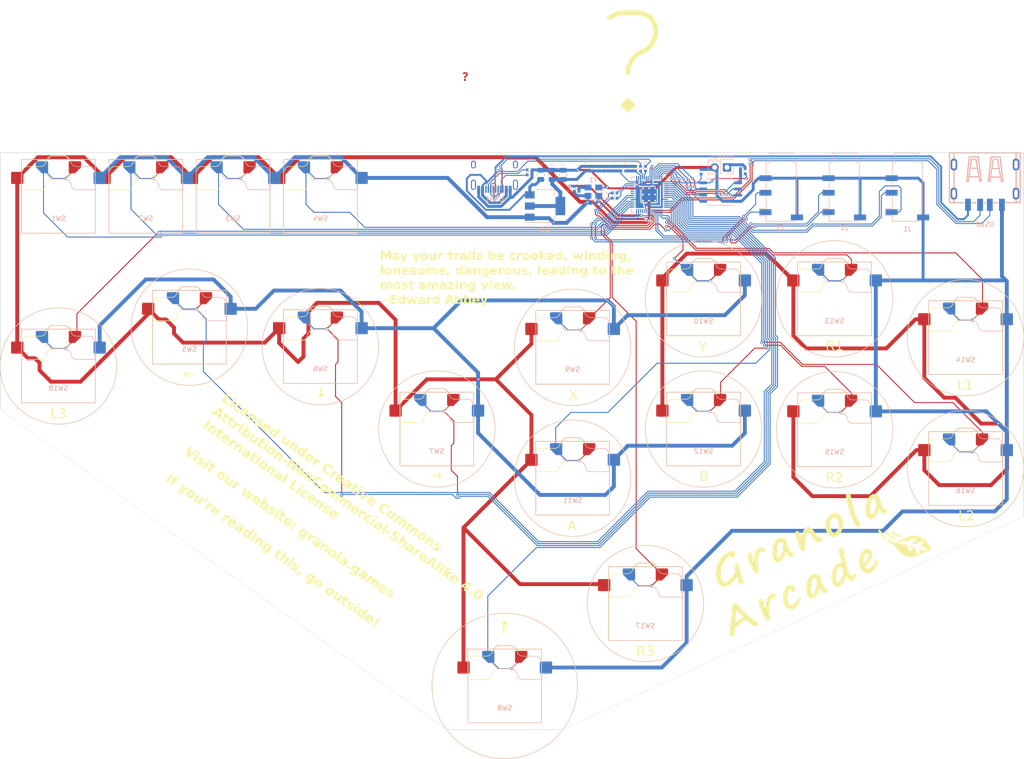
<source format=kicad_pcb>
(kicad_pcb (version 20221018) (generator pcbnew)
  (layers (0 "F.Cu" signal) (31 "B.Cu" signal) (34 "B.Paste" user) (35 "F.Paste" user) (36 "B.SilkS" user "B.Silkscreen") (37 "F.SilkS" user "F.Silkscreen") (38 "B.Mask" user) (39 "F.Mask" user) (44 "Edge.Cuts" user))
  (net 0 "")
  (net 1 "/XIN")
  (net 2 "GND")
  (net 3 "Net-(C3-Pad1)")
  (net 4 "VBUS")
  (net 5 "+3V3")
  (net 6 "+1V1")
  (net 7 "/~{USB_BOOT}")
  (net 8 "/USB_D-")
  (net 9 "/USB_D+")
  (net 10 "/QSPI_SS")
  (net 11 "/XOUT")
  (net 12 "Net-(U3-USB_DP)")
  (net 13 "Net-(U3-USB_DM)")
  (net 14 "/L3")
  (net 15 "/R3")
  (net 16 "/A2")
  (net 17 "/A1")
  (net 18 "/S1")
  (net 19 "/S2")
  (net 20 "/LEFT")
  (net 21 "/DOWN")
  (net 22 "/RIGHT")
  (net 23 "/UP")
  (net 24 "/1P")
  (net 25 "/2P")
  (net 26 "/3P")
  (net 27 "/4P")
  (net 28 "/1K")
  (net 29 "/2K")
  (net 30 "/3K")
  (net 31 "/4K")
  (net 32 "/QSPI_SD1")
  (net 33 "/QSPI_SD2")
  (net 34 "/QSPI_SD0")
  (net 35 "/QSPI_SCLK")
  (net 36 "/QSPI_SD3")
  (net 37 "/AC2")
  (net 38 "/AC1")
  (net 39 "/AC3")
  (net 40 "Net-(USB1-CC2)")
  (net 41 "/SWCLK")
  (net 42 "/SWD")
  (net 43 "/RUN")
  (net 44 "Net-(USB1-CC1)")
  (net 45 "Net-(U3-GPIO28_ADC2)")
  (net 46 "Net-(U3-GPIO29_ADC3)")
  (net 47 "/GPIO26_ADC0")
  (net 48 "/GPIO27_ADC1")
  (net 49 "/PASSTHRU_D-")
  (net 50 "/PASSTHRU_D+")
  (net 53 "/AC4")
  (net 54 "/AC5")
  (net 55 "/AC6")
  (net 56 "/GPIO24")
  (net 57 "/GPIO25")
  (footprint "LOGO" (layer "F.Cu") (at 552 -139 25)
    (fp_text reference "G***" hide)
    (fp_text value "LOGO" hide)
  )
  (footprint "Connector_Audio:Jack_3.5mm_PJ320D_Horizontal" (layer "B.Cu") (at 557 -214.569 -90)
    (fp_text reference "J2")
    (fp_text value "AudioJack3")
  )
  (footprint "Capacitor_SMD:C_0402_1005Metric" (layer "B.Cu") (at 516.012357 -219.71 -90)
    (fp_text reference "R3")
    (fp_text value "27")
  )
  (footprint "Kailh:SW_Hotswap_Kailh_Choc_V1V2_1.00u_24mm_reversible" (layer "B.Cu") (at 501 -155.85 180)
    (fp_text reference "SW11")
    (fp_text value "MX_Switch")
  )
  (footprint "Capacitor_SMD:C_0805_2012Metric" (layer "B.Cu") (at 496.780357 -218.44 90)
    (fp_text reference "C17")
    (fp_text value "10u")
  )
  (footprint "Kailh:SW_Hotswap_Kailh_Choc_V1V2_1.00u_24mm_reversible" (layer "B.Cu") (at 501 -182.85 180)
    (fp_text reference "SW9")
    (fp_text value "MX_Switch")
  )
  (footprint "MikeStuff:USB-A-SMD_C42591" (layer "B.Cu") (at 586 -216.408)
    (fp_text reference "USB2")
    (fp_text value "USB_A")
  )
  (footprint "Capacitor_SMD:C_0402_1005Metric" (layer "B.Cu") (at 511.948357 -219.71 90)
    (fp_text reference "C8")
    (fp_text value "1u")
  )
  (footprint "Capacitor_SMD:C_0402_1005Metric" (layer "B.Cu") (at 505.176357 -212.528 180)
    (fp_text reference "C4")
    (fp_text value "27p")
  )
  (footprint "Connector_Audio:Jack_3.5mm_PJ320D_Horizontal" (layer "B.Cu") (at 544 -214.569 -90)
    (fp_text reference "J3")
    (fp_text value "AudioJack3")
  )
  (footprint "Type-C:HRO-TYPE-C-31-M-12-Assembly" (layer "B.Cu") (at 484.876357 -223.1625)
    (fp_text reference "USB1")
    (fp_text value "HRO-TYPE-C-31-M-12")
  )
  (footprint "Kailh:SW_Hotswap_Kailh_Choc_V1V2_1.00u_reversible" (layer "B.Cu") (at 395 -214 180)
    (fp_text reference "SW1")
    (fp_text value "MX_Switch")
  )
  (footprint "Resistor_SMD:R_0402_1005Metric" (layer "B.Cu") (at 492.134357 -218.44)
    (fp_text reference "R6")
    (fp_text value "5.1k")
  )
  (footprint "Capacitor_SMD:C_0402_1005Metric" (layer "B.Cu") (at 509.662357 -214.692)
    (fp_text reference "R9")
    (fp_text value "27")
  )
  (footprint "Kailh:SW_Hotswap_Kailh_Choc_V1V2_1.00u_24mm_reversible" (layer "B.Cu") (at 528 -192.85 180)
    (fp_text reference "SW10")
    (fp_text value "MX_Switch")
  )
  (footprint "Capacitor_SMD:C_0402_1005Metric" (layer "B.Cu") (at 504.836357 -219.71 90)
    (fp_text reference "C15")
    (fp_text value "100n")
  )
  (footprint "Connector_Audio:Jack_3.5mm_PJ320D_Horizontal" (layer "B.Cu") (at 570 -214.569 -90)
    (fp_text reference "J1")
    (fp_text value "AudioJack3")
  )
  (footprint "Crystal:Crystal_SMD_3225-4Pin_3.2x2.5mm" (layer "B.Cu") (at 505.260357 -214.972 180)
    (fp_text reference "Y1")
    (fp_text value "ABLS-12.000MHZ-B4-T")
  )
  (footprint "Capacitor_SMD:C_0402_1005Metric" (layer "B.Cu") (at 501.828357 -216.068)
    (fp_text reference "R5")
    (fp_text value "1k")
  )
  (footprint "Kailh:SW_Hotswap_Kailh_Choc_V1V2_1.00u_24mm_reversible" (layer "B.Cu") (at 555 -165.85 180)
    (fp_text reference "SW15")
    (fp_text value "MX_Switch")
  )
  (footprint "Kailh:SW_Hotswap_Kailh_Choc_V1V2_1.00u_24mm_reversible" (layer "B.Cu") (at 582 -157.85 180)
    (fp_text reference "SW16")
    (fp_text value "MX_Switch")
  )
  (footprint "Package_TO_SOT_SMD:SOT-223-3_TabPin2" (layer "B.Cu") (at 495.312357 -212)
    (fp_text reference "U1")
    (fp_text value "AMS1117-3.3_SOT223")
  )
  (footprint "Kailh:SW_Hotswap_Kailh_Choc_V1V2_1.00u_24mm_reversible" (layer "B.Cu") (at 582 -184.85 180)
    (fp_text reference "SW14")
    (fp_text value "MX_Switch")
  )
  (footprint "Connector_PinHeader_2.54mm:PinHeader_1x02_P2.54mm_Vertical" (layer "B.Cu") (at 532.820357 -219.964 90)
    (fp_text reference "J4" hide)
    (fp_text value "Conn_01x02")
  )
  (footprint "Capacitor_SMD:C_0402_1005Metric" (layer "B.Cu") (at 501.828357 -215.068 180)
    (fp_text reference "C3")
    (fp_text value "27p")
  )
  (footprint "Capacitor_SMD:C_0402_1005Metric" (layer "B.Cu") (at 503.820357 -219.71 90)
    (fp_text reference "C16")
    (fp_text value "100n")
  )
  (footprint "Resistor_SMD:R_0402_1005Metric" (layer "B.Cu") (at 492.132357 -219.456)
    (fp_text reference "R7")
    (fp_text value "5.1k")
  )
  (footprint "Kailh:SW_Hotswap_Kailh_Choc_V1V2_1.00u_24mm_reversible" (layer "B.Cu") (at 449 -183 180)
    (fp_text reference "SW6")
    (fp_text value "MX_Switch")
  )
  (footprint "Capacitor_SMD:C_0402_1005Metric" (layer "B.Cu") (at 509.662357 -213.614)
    (fp_text reference "R8")
    (fp_text value "27")
  )
  (footprint "Capacitor_SMD:C_0402_1005Metric" (layer "B.Cu") (at 513.980357 -219.71 90)
    (fp_text reference "C6")
    (fp_text value "100n")
  )
  (footprint "Capacitor_SMD:C_0402_1005Metric" (layer "B.Cu") (at 505.852357 -219.71 90)
    (fp_text reference "C14")
    (fp_text value "100n")
  )
  (footprint "RP2040_minimal:RP2040-QFN-56" (layer "B.Cu") (at 516.769357 -214.381 180)
    (fp_text reference "U3")
    (fp_text value "RP2040")
  )
  (footprint "Kailh:SW_Hotswap_Kailh_Choc_V1V2_1.00u_24mm_reversible" (layer "B.Cu") (at 395 -179 180)
    (fp_text reference "SW18")
    (fp_text value "MX_Switch")
  )
  (footprint "Kailh:SW_Hotswap_Kailh_Choc_V1V2_1.00u_24mm_reversible" (layer "B.Cu") (at 473 -166 180)
    (fp_text reference "SW7")
    (fp_text value "MX_Switch")
  )
  (footprint "Capacitor_SMD:C_0402_1005Metric" (layer "B.Cu") (at 506.868357 -219.71 90)
    (fp_text reference "C13")
    (fp_text value "100n")
  )
  (footprint "Capacitor_SMD:C_0402_1005Metric" (layer "B.Cu") (at 508.900357 -219.71 90)
    (fp_text reference "C11")
    (fp_text value "100n")
  )
  (footprint "Capacitor_SMD:C_0402_1005Metric" (layer "B.Cu") (at 514.996357 -219.71 -90)
    (fp_text reference "R4")
    (fp_text value "27")
  )
  (footprint "Capacitor_SMD:C_0402_1005Metric" (layer "B.Cu") (at 510.932357 -219.71 90)
    (fp_text reference "C10")
    (fp_text value "1u")
  )
  (footprint "Kailh:SW_Hotswap_Kailh_Choc_V1V2_1.00u_reversible" (layer "B.Cu") (at 413 -214 180)
    (fp_text reference "SW2")
    (fp_text value "MX_Switch")
  )
  (footprint "Kailh:SW_Hotswap_Kailh_Choc_V1V2_1.00u_reversible" (layer "B.Cu") (at 449 -214 180)
    (fp_text reference "SW4")
    (fp_text value "MX_Switch")
  )
  (footprint "Kailh:SW_Hotswap_Kailh_Choc_V1V2_1.00u_reversible" (layer "B.Cu") (at 431 -214 180)
    (fp_text reference "SW3")
    (fp_text value "MX_Switch")
  )
  (footprint "Kailh:SW_Hotswap_Kailh_Choc_V1V2_1.00u_24mm_reversible" (layer "B.Cu") (at 555 -192.85 180)
    (fp_text reference "SW13")
    (fp_text value "MX_Switch")
  )
  (footprint "Capacitor_SMD:C_0402_1005Metric" (layer "B.Cu") (at 527.486357 -219.075 90)
    (fp_text reference "C5")
    (fp_text value "100n")
  )
  (footprint "Kailh:SW_Hotswap_Kailh_Choc_V1V2_1.00u_24mm_reversible" (layer "B.Cu") (at 422 -187 180)
    (fp_text reference "SW5")
    (fp_text value "MX_Switch")
  )
  (footprint "Kailh:SW_Hotswap_Kailh_Choc_V1V2_1.00u_24mm_reversible" (layer "B.Cu") (at 528 -166 180)
    (fp_text reference "SW12")
    (fp_text value "MX_Switch")
  )
  (footprint "Capacitor_SMD:C_0805_2012Metric" (layer "B.Cu") (at 499.066357 -218.44 90)
    (fp_text reference "C2")
    (fp_text value "10u")
  )
  (footprint "Kailh:SW_Hotswap_Kailh_Choc_V1V2_1.00u_30mm_reversible" (layer "B.Cu") (at 487 -113 180)
    (fp_text reference "SW8")
    (fp_text value "MX_Switch")
  )
  (footprint "Capacitor_SMD:C_0805_2012Metric" (layer "B.Cu") (at 494.420357 -218.44 90)
    (fp_text reference "C1")
    (fp_text value "10u")
  )
  (footprint "Package_SO:SOIC-8_5.23x5.23mm_P1.27mm" (layer "B.Cu") (at 531.506357 -214.884 180)
    (fp_text reference "U2")
    (fp_text value "W25Q128JVS" hide)
  )
  (footprint "Kailh:SW_Hotswap_Kailh_Choc_V1V2_1.00u_24mm_reversible" (layer "B.Cu") (at 516 -130 180)
    (fp_text reference "SW17")
    (fp_text value "MX_Switch")
  )
  (footprint "Capacitor_SMD:C_0402_1005Metric" (layer "B.Cu") (at 509.916357 -219.71 90)
    (fp_text reference "C9")
    (fp_text value "100n")
  )
  (footprint "Capacitor_SMD:C_0402_1005Metric" (layer "B.Cu") (at 507.884357 -219.71 90)
    (fp_text reference "C12")
    (fp_text value "100n")
  )
  (footprint "Capacitor_SMD:C_0402_1005Metric" (layer "B.Cu") (at 512.964357 -219.71 90)
    (fp_text reference "C7")
    (fp_text value "100n")
  )
  (footprint "Capacitor_SMD:C_0402_1005Metric" (layer "B.Cu") (at 536.106357 -218.65 180)
    (fp_text reference "R2")
    (fp_text value "DNF")
  )
  (footprint "Capacitor_SMD:C_0402_1005Metric" (layer "B.Cu") (at 536.078357 -219.71)
    (fp_text reference "R1")
    (fp_text value "1k")
  )
  (gr_line (start 383 -170) (end 475 -104) (stroke (width 0.05)) (layer "Edge.Cuts"))
  (gr_line (start 594 -223) (end 594 -148) (stroke (width 0.1)) (layer "Edge.Cuts"))
  (gr_line (start 383 -170) (end 383 -223) (stroke (width 0.1)) (layer "Edge.Cuts"))
  (gr_line (start 383 -223) (end 594 -223) (stroke (width 0.1)) (layer "Edge.Cuts"))
  (gr_line (start 499 -104) (end 594 -148) (stroke (width 0.05)) (layer "Edge.Cuts"))
  (gr_line (start 499 -104) (end 475 -104) (stroke (width 0.1)) (layer "Edge.Cuts"))
  (gr_text "🍃" (at 478.028 -237.744) (layer "F.Cu") (effects (font (size 1.5 1.5) (thickness 0.3) bold) (justify left bottom)))
  (gr_text "BOOTSEL" (at 534.300357 -221.488) (layer "B.SilkS") (effects (font (size 0.8 0.8) (thickness 0.1)) (justify left bottom mirror)))
  (gr_text "L2" (at 582.168 -146.812) (layer "F.SilkS") (effects (font (size 2 2)) (justify bottom)))
  (gr_text "←" (at 421.894 -176.022) (layer "F.SilkS") (effects (font (size 2 2) (thickness 0.4) bold) (justify bottom)))
  (gr_text "B" (at 528.066 -154.94) (layer "F.SilkS") (effects (font (size 2 2)) (justify bottom)))
  (gr_text "L1" (at 581.914 -173.736) (layer "F.SilkS") (effects (font (size 2 2)) (justify bottom)))
  (gr_text "Y" (at 527.812 -181.61) (layer "F.SilkS") (effects (font (size 2 2)) (justify bottom)))
  (gr_text "X" (at 501.142 -171.704) (layer "F.SilkS") (effects (font (size 2 2)) (justify bottom)))
  (gr_text "R3" (at 515.986 -118.912) (layer "F.SilkS") (effects (font (size 2 2)) (justify bottom)))
  (gr_text "↑" (at 486.918 -123.444) (layer "F.SilkS") (effects (font (size 2.5 2.5) (thickness 0.4) bold) (justify bottom)))
  (gr_text "R1" (at 554.99 -181.864) (layer "F.SilkS") (effects (font (size 2 2)) (justify bottom)))
  (gr_text "🍃" (at 513.334 -241.046) (layer "F.SilkS") (effects (font (size 20 20) (thickness 1))))
  (gr_text "A" (at 500.888 -147.066) (layer "F.SilkS") (effects (font (size 2 2)) (justify top)))
  (gr_text "L3" (at 394.97 -167.894) (layer "F.SilkS") (effects (font (size 2 2)) (justify bottom)))
  (gr_text "May your trails be crooked, winding,\nlonesome, dangerous, leading to the\nmost amazing view.\n -Edward Abbey" (at 461.264 -191.516) (layer "F.SilkS") (effects (font (size 1.8 1.8) (thickness 0.1) bold) (justify left bottom)))
  (gr_text "Licensed under Creative Commons \nAttribution-NonCommercial-ShareAlike 4.0 \nInternational License\n\nVisit our website: granola.games\n\nIf you're reading this, go outside!" (at 423.164 -164.338 325) (layer "F.SilkS") (effects (font (size 2 2) (thickness 0.2) bold) (justify left)))
  (gr_text "→" (at 472.948 -155.194) (layer "F.SilkS") (effects (font (size 2 2) (thickness 0.4) bold) (justify bottom)))
  (gr_text "R2" (at 554.99 -154.686) (layer "F.SilkS") (effects (font (size 2 2)) (justify bottom)))
  (gr_text "↓" (at 449.072 -172.212) (layer "F.SilkS") (effects (font (size 2 2) (thickness 0.4) bold) (justify bottom)))
  (segment (start 515.92096 -209.418753) (end 515.82096 -209.318753) (width 0.4) (layer "F.Cu") (net 1))
  (segment (start 515.82096 -209.318753) (end 510.147604 -209.318753) (width 0.4) (layer "F.Cu") (net 1))
  (segment (start 510.147604 -209.318753) (end 506.360357 -213.106) (width 0.4) (layer "F.Cu") (net 1))
  (via (at 506.360357 -213.106) (size 0.6) (drill 0.3) (layers "F.Cu" "B.Cu") (net 1))
  (via (at 515.92096 -209.418753) (size 0.6) (drill 0.3) (layers "F.Cu" "B.Cu") (net 1))
  (segment (start 505.656357 -212.528) (end 505.780357 -212.528) (width 0.6) (layer "B.Cu") (net 1))
  (segment (start 516.12096 -209.618753) (end 516.744156 -209.618753) (width 0.2) (layer "B.Cu") (net 1))
  (segment (start 505.780357 -212.528) (end 506.358357 -213.106) (width 0.6) (layer "B.Cu") (net 1))
  (segment (start 506.358357 -213.106) (end 506.360357 -213.106) (width 0.6) (layer "B.Cu") (net 1))
  (segment (start 506.360357 -213.108) (end 506.360357 -214.122) (width 0.6) (layer "B.Cu") (net 1))
  (segment (start 506.360357 -213.106) (end 506.360357 -213.108) (width 0.6) (layer "B.Cu") (net 1))
  (segment (start 515.92096 -209.418753) (end 516.12096 -209.618753) (width 0.2) (layer "B.Cu") (net 1))
  (segment (start 517.369357 -210.243955) (end 517.369357 -210.9435) (width 0.2) (layer "B.Cu") (net 1))
  (segment (start 516.744156 -209.618753) (end 517.369357 -210.243955) (width 0.2) (layer "B.Cu") (net 1))
  (segment (start 506.360357 -213.108) (end 506.360357 -213.108) (width 0.6) (layer "B.Cu") (net 1))
  (segment (start 422.5 -217.8) (end 426.775 -222.075) (width 0.8) (layer "F.Cu") (net 2))
  (segment (start 516.769357 -213.106) (end 516.769357 -209.11307) (width 0.6) (layer "F.Cu") (net 2))
  (segment (start 464.5 -188.534) (end 464.5 -169.8) (width 0.8) (layer "F.Cu") (net 2))
  (segment (start 505.154357 -212.852) (end 509.387604 -208.618753) (width 0.6) (layer "F.Cu") (net 2))
  (segment (start 509.387604 -208.618753) (end 516.27504 -208.618753) (width 0.6) (layer "F.Cu") (net 2))
  (segment (start 492.5 -168.916) (end 492.5 -159.65) (width 0.8) (layer "F.Cu") (net 2))
  (segment (start 436.225 -222.075) (end 440.5 -217.8) (width 0.8) (layer "F.Cu") (net 2))
  (segment (start 492.5 -186.65) (end 492.5 -183.584) (width 0.8) (layer "F.Cu") (net 2))
  (segment (start 391.1 -178.114) (end 393.446 -175.768) (width 0.8) (layer "F.Cu") (net 2))
  (segment (start 546.5 -185.274) (end 549.148 -182.626) (width 0.8) (layer "F.Cu") (net 2))
  (segment (start 565.658 -182.626) (end 571.682 -188.65) (width 0.8) (layer "F.Cu") (net 2))
  (segment (start 440.5 -217.8) (end 444.775 -222.075) (width 0.8) (layer "F.Cu") (net 2))
  (segment (start 571.86 -161.65) (end 562.356 -152.146) (width 0.8) (layer "F.Cu") (net 2))
  (segment (start 573.5 -188.65) (end 573.5 -176.562) (width 0.8) (layer "F.Cu") (net 2))
  (segment (start 418.825 -186.937742) (end 418.825 -185.684872) (width 0.8) (layer "F.Cu") (net 2))
  (segment (start 588.772 -167.132) (end 590.55 -165.354) (width 0.8) (layer "F.Cu") (net 2))
  (segment (start 507.3 -134) (end 490.15 -134) (width 0.8) (layer "F.Cu") (net 2))
  (segment (start 464.5 -169.8) (end 470.95 -176.25) (width 0.8) (layer "F.Cu") (net 2))
  (segment (start 418.825 -185.684872) (end 420.684872 -183.825) (width 0.8) (layer "F.Cu") (net 2))
  (segment (start 413.5 -189.726) (end 413.5 -190.8) (width 0.8) (layer "F.Cu") (net 2))
  (segment (start 399.542 -175.768) (end 413.5 -189.726) (width 0.8) (layer "F.Cu") (net 2))
  (segment (start 386.5 -217.8) (end 386.5 -182.8) (width 0.8) (layer "F.Cu") (net 2))
  (segment (start 470.95 -176.25) (end 481.558 -176.25) (width 0.8) (layer "F.Cu") (net 2))
  (segment (start 485.166 -176.25) (end 492.5 -168.916) (width 0.8) (layer "F.Cu") (net 2))
  (segment (start 504.074357 -212.852) (end 505.154357 -212.852) (width 0.6) (layer "F.Cu") (net 2))
  (segment (start 524.51 -202.184) (end 519.5 -197.174) (width 0.8) (layer "F.Cu") (net 2))
  (segment (start 418.225 -222.075) (end 422.5 -217.8) (width 0.8) (layer "F.Cu") (net 2))
  (segment (start 478.5 -116.8) (end 478.5 -145.65) (width 0.8) (layer "F.Cu") (net 2))
  (segment (start 490.15 -134) (end 478.5 -145.65) (width 0.8) (layer "F.Cu") (net 2))
  (segment (start 502.547564 -212.852) (end 504.074357 -212.852) (width 0.8) (layer "F.Cu") (net 2))
  (segment (start 540.966 -202.184) (end 524.51 -202.184) (width 0.8) (layer "F.Cu") (net 2))
  (segment (start 493.324564 -222.075) (end 502.547564 -212.852) (width 0.8) (layer "F.Cu") (net 2))
  (segment (start 481.61 -176.25) (end 485.166 -176.25) (width 0.8) (layer "F.Cu") (net 2))
  (segment (start 516.27504 -208.618753) (end 516.67504 -209.018753) (width 0.6) (layer "F.Cu") (net 2))
  (segment (start 445.516 -184.658) (end 446.532 -185.674) (width 0.8) (layer "F.Cu") (net 2))
  (segment (start 522.352357 -219.964) (end 530.280357 -219.964) (width 0.6) (layer "F.Cu") (net 2))
  (segment (start 516.769357 -209.11307) (end 516.67504 -209.018753) (width 0.6) (layer "F.Cu") (net 2))
  (segment (start 507.5 -133.8) (end 507.3 -134) (width 0.8) (layer "F.Cu") (net 2))
  (segment (start 585.216 -167.132) (end 588.772 -167.132) (width 0.8) (layer "F.Cu") (net 2))
  (segment (start 549.148 -182.626) (end 565.658 -182.626) (width 0.8) (layer "F.Cu") (net 2))
  (segment (start 504.582357 -219.456) (end 502.042357 -219.456) (width 0.4) (layer "F.Cu") (net 2))
  (segment (start 573.5 -161.65) (end 571.86 -161.65) (width 0.8) (layer "F.Cu") (net 2))
  (segment (start 546.5 -156.064) (end 546.5 -169.65) (width 0.8) (layer "F.Cu") (net 2))
  (segment (start 508.382357 -215.656) (end 515.494357 -215.656) (width 0.4) (layer "F.Cu") (net 2))
  (segment (start 573.5 -176.562) (end 577.596 -172.466) (width 0.8) (layer "F.Cu") (net 2))
  (segment (start 426.775 -222.075) (end 436.225 -222.075) (width 0.8) (layer "F.Cu") (net 2))
  (segment (start 576.58 -154.432) (end 573.5 -157.512) (width 0.8) (layer "F.Cu") (net 2))
  (segment (start 508.138357 -215.9) (end 508.382357 -215.656) (width 0.4) (layer "F.Cu") (net 2))
  (segment (start 440.5 -186.8) (end 440.5 -183.737258) (width 0.8) (layer "F.Cu") (net 2))
  (segment (start 417.162742 -188.6) (end 418.825 -186.937742) (width 0.8) (layer "F.Cu") (net 2))
  (segment (start 590.55 -165.354) (end 590.55 -157.734) (width 0.8) (layer "F.Cu") (net 2))
  (segment (start 440.5 -183.737258) (end 444.405258 -179.832) (width 0.8) (layer "F.Cu") (net 2))
  (segment (start 404.5 -217.8) (end 408.775 -222.075) (width 0.8) (layer "F.Cu") (net 2))
  (segment (start 519.5 -196.65) (end 519.5 -169.8) (width 0.8) (layer "F.Cu") (net 2))
  (segment (start 437.525 -183.825) (end 440.5 -186.8) (width 0.8) (layer "F.Cu") (net 2))
  (segment (start 481.558 -176.25) (end 481.584 -176.276) (width 0.8) (layer "F.Cu") (net 2))
  (segment (start 587.248 -154.432) (end 576.58 -154.432) (width 0.8) (layer "F.Cu") (net 2))
  (segment (start 445.516 -180.942742) (end 445.516 -184.658) (width 0.8) (layer "F.Cu") (net 2))
  (segment (start 550.418 -152.146) (end 546.5 -156.064) (width 0.8) (layer "F.Cu") (net 2))
  (segment (start 400.225 -222.075) (end 404.5 -217.8) (width 0.8) (layer "F.Cu") (net 2))
  (segment (start 481.584 -176.276) (end 481.61 -176.25) (width 0.8) (layer "F.Cu") (net 2))
  (segment (start 579.882 -172.466) (end 585.216 -167.132) (width 0.8) (layer "F.Cu") (net 2))
  (segment (start 386.5 -217.8) (end 390.775 -222.075) (width 0.8) (layer "F.Cu") (net 2))
  (segment (start 461.01 -192.024) (end 464.5 -188.534) (width 0.8) (layer "F.Cu") (net 2))
  (segment (start 444.775 -222.075) (end 493.324564 -222.075) (width 0.8) (layer "F.Cu") (net 2))
  (segment (start 446.532 -190.246) (end 448.31 -192.024) (width 0.8) (layer "F.Cu") (net 2))
  (segment (start 391.1 -179.662742) (end 391.1 -178.114) (width 0.8) (layer "F.Cu") (net 2))
  (segment (start 444.405258 -179.832) (end 445.516 -180.942742) (width 0.8) (layer "F.Cu") (net 2))
  (segment (start 413.5 -190.8) (end 415.7 -188.6) (width 0.8) (layer "F.Cu") (net 2))
  (segment (start 446.532 -185.674) (end 446.532 -190.246) (width 0.8) (layer "F.Cu") (net 2))
  (segment (start 420.684872 -183.825) (end 437.525 -183.825) (width 0.8) (layer "F.Cu") (net 2))
  (segment (start 388.7 -180.6) (end 390.162742 -180.6) (width 0.8) (layer "F.Cu") (net 2))
  (segment (start 546.5 -196.65) (end 546.5 -185.274) (width 0.8) (layer "F.Cu") (net 2))
  (segment (start 390.775 -222.075) (end 400.225 -222.075) (width 0.8) (layer "F.Cu") (net 2))
  (segment (start 546.5 -196.65) (end 540.966 -202.184) (width 0.8) (layer "F.Cu") (net 2))
  (segment (start 571.682 -188.65) (end 573.5 -188.65) (width 0.8) (layer "F.Cu") (net 2))
  (segment (start 393.446 -175.768) (end 399.542 -175.768) (width 0.8) (layer "F.Cu") (net 2))
  (segment (start 577.596 -172.466) (end 579.882 -172.466) (width 0.8) (layer "F.Cu") (net 2))
  (segment (start 478.5 -145.65) (end 492.5 -159.65) (width 0.8) (layer "F.Cu") (net 2))
  (segment (start 386.5 -182.8) (end 388.7 -180.6) (width 0.8) (layer "F.Cu") (net 2))
  (segment (start 590.55 -157.734) (end 587.248 -154.432) (width 0.8) (layer "F.Cu") (net 2))
  (segment (start 408.775 -222.075) (end 418.225 -222.075) (width 0.8) (layer "F.Cu") (net 2))
  (segment (start 448.31 -192.024) (end 461.01 -192.024) (width 0.8) (layer "F.Cu") (net 2))
  (segment (start 518.044357 -215.656) (end 522.352357 -219.964) (width 0.6) (layer "F.Cu") (net 2))
  (segment (start 390.162742 -180.6) (end 391.1 -179.662742) (width 0.8) (layer "F.Cu") (net 2))
  (segment (start 562.356 -152.146) (end 550.418 -152.146) (width 0.8) (layer "F.Cu") (net 2))
  (segment (start 573.5 -157.512) (end 573.5 -161.65) (width 0.8) (layer "F.Cu") (net 2))
  (segment (start 415.7 -188.6) (end 417.162742 -188.6) (width 0.8) (layer "F.Cu") (net 2))
  (segment (start 508.138357 -215.9) (end 504.582357 -219.456) (width 0.4) (layer "F.Cu") (net 2))
  (segment (start 492.5 -183.584) (end 485.166 -176.25) (width 0.8) (layer "F.Cu") (net 2))
  (segment (start 519.5 -197.174) (end 519.5 -196.65) (width 0.8) (layer "F.Cu") (net 2))
  (via (at 502.042357 -219.456) (size 0.6) (drill 0.3) (layers "F.Cu" "B.Cu") (net 2))
  (via (at 508.138357 -215.9) (size 0.6) (drill 0.3) (layers "F.Cu" "B.Cu") (net 2))
  (via (at 481.584 -176.276) (size 0.6) (drill 0.3) (layers "F.Cu" "B.Cu") (net 2))
  (via (at 588.772 -167.132) (size 0.6) (drill 0.3) (layers "F.Cu" "B.Cu") (net 2))
  (via (at 504.074357 -212.852) (size 0.6) (drill 0.3) (layers "F.Cu" "B.Cu") (net 2))
  (via (at 516.67504 -209.018753) (size 0.6) (drill 0.3) (layers "F.Cu" "B.Cu") (net 2))
  (segment (start 475.248357 -217.8) (end 457.5 -217.8) (width 0.8) (layer "B.Cu") (net 2))
  (segment (start 417.225 -222.075) (end 421.5 -217.8) (width 0.8) (layer "B.Cu") (net 2))
  (segment (start 590.35 -196.65) (end 590.5 -196.5) (width 0.8) (layer "B.Cu") (net 2))
  (segment (start 535.813 -212.979) (end 538.226 -215.392) (width 0.6) (layer "B.Cu") (net 2))
  (segment (start 492.642357 -218.442) (end 492.644357 -218.44) (width 0.6) (layer "B.Cu") (net 2))
  (segment (start 453.136 -194.564) (end 457.5 -190.2) (width 0.8) (layer "B.Cu") (net 2))
  (segment (start 529.871357 -219.555) (end 530.280357 -219.964) (width 0.6) (layer "B.Cu") (net 2))
  (segment (start 572.256 -217.744) (end 573.25 -216.75) (width 0.6) (layer "B.Cu") (net 2))
  (segment (start 435.656 -190.8) (end 439.42 -194.564) (width 0.8) (layer "B.Cu") (net 2))
  (segment (start 502.776357 -220.19) (end 502.042357 -219.456) (width 0.6) (layer "B.Cu") (net 2))
  (segment (start 499.756357 -208.534) (end 504.074357 -212.852) (width 0.8) (layer "B.Cu") (net 2))
  (segment (start 512.15 -162.3) (end 509.5 -159.65) (width 0.8) (layer "B.Cu") (net 2))
  (segment (start 590.5 -188.65) (end 590.5 -161.65) (width 0.8) (layer "B.Cu") (net 2))
  (segment (start 413.004 -196.85) (end 426.974 -196.85) (width 0.8) (layer "B.Cu") (net 2))
  (segment (start 421.5 -217.8) (end 425.775 -222.075) (width 0.8) (layer "B.Cu") (net 2))
  (segment (start 512.15 -162.392) (end 512.15 -162.3) (width 0.8) (layer "B.Cu") (net 2))
  (segment (start 481.5 -165.184) (end 481.5 -169.8) (width 0.8) (layer "B.Cu") (net 2))
  (segment (start 547 -217.744) (end 547.25 -217.494) (width 0.6) (layer "B.Cu") (net 2))
  (segment (start 501.348357 -214.736) (end 501.962357 -214.122) (width 0.6) (layer "B.Cu") (net 2))
  (segment (start 481.626357 -213.87263) (end 483.576987 -211.922) (width 0.6) (layer "B.Cu") (net 2))
  (segment (start 527.486357 -219.555) (end 529.871357 -219.555) (width 0.6) (layer "B.Cu") (net 2))
  (segment (start 512.318 -162.56) (end 512.15 -162.392) (width 0.8) (layer "B.Cu") (net 2))
  (segment (start 453.225 -222.075) (end 457.5 -217.8) (width 0.8) (layer "B.Cu") (net 2))
  (segment (start 524.5 -121.91) (end 524.5 -135.65) (width 0.8) (layer "B.Cu") (net 2))
  (segment (start 495.5 -116.8) (end 519.39 -116.8) (width 0.8) (layer "B.Cu") (net 2))
  (segment (start 496.780357 -219.39) (end 494.420357 -219.39) (width 0.8) (layer "B.Cu") (net 2))
  (segment (start 497.078 -208.534) (end 499.756357 -208.534) (width 0.8) (layer "B.Cu") (net 2))
  (segment (start 492.642357 -219.456) (end 494.354357 -219.456) (width 0.6) (layer "B.Cu") (net 2))
  (segment (start 501.962357 -214.122) (end 504.160357 -214.122) (width 0.6) (layer "B.Cu") (net 2))
  (segment (start 488.126357 -213.78263) (end 488.126357 -215.4675) (width 0.6) (layer "B.Cu") (net 2))
  (segment (start 403.5 -182.8) (end 403.5 -187.346) (width 0.8) (layer "B.Cu") (net 2))
  (segment (start 443.775 -222.075) (end 453.225 -222.075) (width 0.8) (layer "B.Cu") (net 2))
  (segment (start 589.5 -197.5) (end 589.5 -212.12) (width 0.8) (layer "B.Cu") (net 2))
  (segment (start 457.5 -190.2) (end 457.5 -186.8) (width 0.8) (layer "B.Cu") (net 2))
  (segment (start 483.348357 -209.7) (end 475.248357 -217.8) (width 0.8) (layer "B.Cu") (net 2))
  (segment (start 547.25 -217.494) (end 547.25 -209.644) (width 0.6) (layer "B.Cu") (net 2))
  (segment (start 590.5 -161.65) (end 590.5 -165.404) (width 0.8) (layer "B.Cu") (net 2))
  (segment (start 472.33 -186.8) (end 478.062 -192.532) (width 0.8) (layer "B.Cu") (net 2))
  (segment (start 509.5 -159.65) (end 509.5 -154.154) (width 0.8) (layer "B.Cu") (net 2))
  (segment (start 492.644357 -218.44) (end 492.644357 -217.866286) (width 0.6) (layer "B.Cu") (net 2))
  (segment (start 539.308 -217.744) (end 540.75 -217.744) (width 0.6) (layer "B.Cu") (net 2))
  (segment (start 530.744357 -214.174093) (end 530.744357 -219.5) (width 0.6) (layer "B.Cu") (net 2))
  (segment (start 439.5 -217.8) (end 443.775 -222.075) (width 0.8) (layer "B.Cu") (net 2))
  (segment (start 563.5 -196.65) (end 573.278 -196.65) (width 0.8) (layer "B.Cu") (net 2))
  (segment (start 486.265728 -211.922) (end 488.126357 -213.78263) (width 0.6) (layer "B.Cu") (net 2))
  (segment (start 507.746 -152.4) (end 494.284 -152.4) (width 0.8) (layer "B.Cu") (net 2))
  (segment (start 501.976357 -219.39) (end 499.066357 -219.39) (width 0.6) (layer "B.Cu") (net 2))
  (segment (start 513.980357 -220.19) (end 503.820357 -220.19) (width 0.6) (layer "B.Cu") (net 2))
  (segment (start 492.642357 -219.456) (end 492.642357 -218.442) (width 0.6) (layer "B.Cu") (net 2))
  (segment (start 547 -217.744) (end 553.75 -217.744) (width 0.6) (layer "B.Cu") (net 2))
  (segment (start 503.820357 -220.19) (end 502.776357 -220.19) (width 0.6) (layer "B.Cu") (net 2))
  (segment (start 569 -149) (end 588 -149) (width 0.8) (layer "B.Cu") (net 2))
  (segment (start 553.75 -217.744) (end 560 -217.744) (width 0.6) (layer "B.Cu") (net 2))
  (segment (start 536.5 -193.587258) (end 536.5 -196.65) (width 0.8) (layer "B.Cu") (net 2))
  (segment (start 512.334 -189.484) (end 532.396742 -189.484) (width 0.8) (layer "B.Cu") (net 2))
  (segment (start 403.5 -187.346) (end 413.004 -196.85) (width 0.8) (layer "B.Cu") (net 2))
  (segment (start 590.5 -196.5) (end 589.5 -197.5) (width 0.8) (layer "B.Cu") (net 2))
  (segment (start 492.162357 -209.7) (end 483.348357 -209.7) (width 0.8) (layer "B.Cu") (net 2))
  (segment (start 508.060357 -215.822) (end 508.138357 -215.9) (width 0.4) (layer "B.Cu") (net 2))
  (segment (start 563.5 -169.65) (end 563.5 -196.65) (width 0.8) (layer "B.Cu") (net 2))
  (segment (start 516.70984 -209.018753) (end 517.769357 -210.07827) (width 0.2) (layer "B.Cu") (net 2))
  (segment (start 504.572357 -212.528) (end 504.248357 -212.852) (width 0.6) (layer "B.Cu") (net 2))
  (segment (start 407.775 -222.075) (end 417.225 -222.075) (width 0.8) (layer "B.Cu") (net 2))
  (segment (start 425.775 -222.075) (end 435.225 -222.075) (width 0.8) (layer "B.Cu") (net 2))
  (segment (start 533.908 -162.56) (end 512.318 -162.56) (width 0.8) (layer "B.Cu") (net 2))
  (segment (start 531.93945 -212.979) (end 530.744357 -214.174093) (width 0.6) (layer "B.Cu") (net 2))
  (segment (start 496.780357 -219.39) (end 499.066357 -219.39) (width 0.8) (layer "B.Cu") (net 2))
  (segment (start 504.160357 -212.94) (end 504.160357 -214.122) (width 0.6) (layer "B.Cu") (net 2))
  (segment (start 492.162357 -209.7) (end 492.362357 -209.5) (width 0.8) (layer "B.Cu") (net 2))
  (segment (start 588.772 -167.132) (end 586.232 -169.672) (width 0.8) (layer "B.Cu") (net 2))
  (segment (start 573.25 -216.75) (end 573.25 -209.644) (width 0.6) (layer "B.Cu") (net 2))
  (segment (start 509.5 -154.154) (end 507.746 -152.4) (width 0.8) (layer "B.Cu") (net 2))
  (segment (start 483.576987 -211.922) (end 486.265728 -211.922) (width 0.6) (layer "B.Cu") (net 2))
  (segment (start 435.225 -222.075) (end 439.5 -217.8) (width 0.8) (layer "B.Cu") (net 2))
  (segment (start 560.25 -217.494) (end 560.25 -209.644) (width 0.6) (layer "B.Cu") (net 2))
  (segment (start 403.5 -217.8) (end 407.775 -222.075) (width 0.8) (layer "B.Cu") (net 2))
  (segment (start 590.5 -165.404) (end 588.772 -167.132) (width 0.8) (layer "B.Cu") (net 2))
  (segment (start 516.67504 -209.018753) (end 516.70984 -209.018753) (width 0.2) (layer "B.Cu") (net 2))
  (segment (start 504.074357 -213.026) (end 504.160357 -212.94) (width 0.6) (layer "B.Cu") (net 2))
  (segment (start 524.5 -135.65) (end 533.85 -145) (width 0.8) (layer "B.Cu") (net 2))
  (segment (start 590.5 -188.65) (end 590.5 -196.5) (width 0.8) (layer "B.Cu") (net 2))
  (segment (start 488.560701 -213.78263) (end 488.126357 -213.78263) (width 0.6) (layer "B.Cu") (net 2))
  (segment (start 496.112 -209.5) (end 497.078 -208.534) (width 0.8) (layer "B.Cu") (net 2))
  (segment (start 532.396742 -189.484) (end 536.5 -193.587258) (width 0.8) (layer "B.Cu") (net 2))
  (segment (start 502.042357 -219.456) (end 501.976357 -219.39) (width 0.6) (layer "B.Cu") (net 2))
  (segment (start 573.25 -209.644) (end 573.25 -196.678) (width 0.6) (layer "B.Cu") (net 2))
  (segment (start 535.106357 -212.979) (end 535.813 -212.979) (width 0.6) (layer "B.Cu") (net 2))
  (segment (start 533.85 -145) (end 565 -145) (width 0.8) (layer "B.Cu") (net 2))
  (segment (start 430.5 -193.324) (end 430.5 -190.8) (width 0.8) (layer "B.Cu") (net 2))
  (segment (start 573.278 -196.65) (end 590.35 -196.65) (width 0.8) (layer "B.Cu") (net 2))
  (segment (start 430.5 -190.8) (end 435.656 -190.8) (width 0.8) (layer "B.Cu") (net 2))
  (segment (start 504.696357 -212.528) (end 504.572357 -212.528) (width 0.6) (layer "B.Cu") (net 2))
  (segment (start 457.5 -186.8) (end 472.33 -186.8) (width 0.8) (layer "B.Cu") (net 2))
  (segment (start 588 -149) (end 590.5 -151.5) (width 0.8) (layer "B.Cu") (net 2))
  (segment (start 504.248357 -212.852) (end 504.074357 -212.852) (width 0.6) (layer "B.Cu") (net 2))
  (segment (start 492.644357 -217.866286) (end 488.560701 -213.78263) (width 0.6) (layer "B.Cu") (net 2))
  (segment (start 504.074357 -212.852) (end 504.074357 -213.026) (width 0.6) (layer "B.Cu") (net 2))
  (segment (start 494.284 -152.4) (end 481.5 -165.184) (width 0.8) (layer "B.Cu") (net 2))
  (segment (start 501.348357 -215.068) (end 501.348357 -214.736) (width 0.6) (layer "B.Cu") (net 2))
  (segment (start 530.744357 -219.5) (end 530.280357 -219.964) (width 0.6) (layer "B.Cu") (net 2))
  (segment (start 573.25 -196.678) (end 573.278 -196.65) (width 0.6) (layer "B.Cu") (net 2))
  (segment (start 590.5 -151.5) (end 590.5 -161.65) (width 0.8) (layer "B.Cu") (net 2))
  (segment (start 506.360357 -215.822) (end 508.060357 -215.822) (width 0.4) (layer "B.Cu") (net 2))
  (segment (start 517.769357 -210.07827) (end 517.769357 -210.9435) (width 0.2) (layer "B.Cu") (net 2))
  (segment (start 565 -145) (end 569 -149) (width 0.8) (layer "B.Cu") (net 2))
  (segment (start 481.5 -177.63) (end 481.5 -169.8) (width 0.8) (layer "B.Cu") (net 2))
  (segment (start 536.5 -169.8) (end 536.5 -165.152) (width 0.8) (layer "B.Cu") (net 2))
  (segment (start 586.21 -169.65) (end 563.5 -169.65) (width 0.8) (layer "B.Cu") (net 2))
  (segment (start 536.5 -165.152) (end 533.908 -162.56) (width 0.8) (layer "B.Cu") (net 2))
  (segment (start 540.75 -217.744) (end 547 -217.744) (width 0.6) (layer "B.Cu") (net 2))
  (segment (start 472.33 -186.8) (end 481.5 -177.63) (width 0.8) (layer "B.Cu") (net 2))
  (segment (start 586.232 -169.672) (end 586.21 -169.65) (width 0.8) (layer "B.Cu") (net 2))
  (segment (start 478.062 -192.532) (end 508.254 -192.532) (width 0.8) (layer "B.Cu") (net 2))
  (segment (start 538.226 -216.662) (end 539.308 -217.744) (width 0.6) (layer "B.Cu") (net 2))
  (segment (start 492.362357 -209.5) (end 496.112 -209.5) (width 0.8) (layer "B.Cu") (net 2))
  (segment (start 509.5 -186.65) (end 512.334 -189.484) (width 0.8) (layer "B.Cu") (net 2))
  (segment (start 560 -217.744) (end 566.75 -217.744) (width 0.6) (layer "B.Cu") (net 2))
  (segment (start 509.5 -191.286) (end 509.5 -186.65) (width 0.8) (layer "B.Cu") (net 2))
  (segment (start 535.106357 -212.979) (end 531.93945 -212.979) (width 0.6) (layer "B.Cu") (net 2))
  (segment (start 560 -217.744) (end 560.25 -217.494) (width 0.6) (layer "B.Cu") (net 2))
  (segment (start 566.75 -217.744) (end 572.256 -217.744) (width 0.6) (layer "B.Cu") (net 2))
  (segment (start 494.354357 -219.456) (end 494.420357 -219.39) (width 0.6) (layer "B.Cu") (net 2))
  (segment (start 519.39 -116.8) (end 524.5 -121.91) (width 0.8) (layer "B.Cu") (net 2))
  (segment (start 538.226 -215.392) (end 538.226 -216.662) (width 0.6) (layer "B.Cu") (net 2))
  (segment (start 508.254 -192.532) (end 509.5 -191.286) (width 0.8) (layer "B.Cu") (net 2))
  (segment (start 426.974 -196.85) (end 430.5 -193.324) (width 0.8) (layer "B.Cu") (net 2))
  (segment (start 439.42 -194.564) (end 453.136 -194.564) (width 0.8) (layer "B.Cu") (net 2))
  (segment (start 481.626357 -215.4675) (end 481.626357 -213.87263) (width 0.6) (layer "B.Cu") (net 2))
  (segment (start 502.554357 -215.822) (end 502.308357 -216.068) (width 0.6) (layer "B.Cu") (net 3))
  (segment (start 504.160357 -215.822) (end 502.554357 -215.822) (width 0.6) (layer "B.Cu") (net 3))
  (segment (start 502.308357 -216.068) (end 502.308357 -215.068) (width 0.6) (layer "B.Cu") (net 3))
  (segment (start 487.366357 -222.25) (end 485.10925 -219.992893) (width 0.4) (layer "B.Cu") (net 4))
  (segment (start 582.5 -210.136) (end 581.66 -209.296) (width 0.4) (layer "B.Cu") (net 4))
  (segment (start 479.942357 -218.44) (end 479.180357 -217.678) (width 0.4) (layer "B.Cu") (net 4))
  (segment (start 581.66 -209.296) (end 580.39 -209.296) (width 0.4) (layer "B.Cu") (net 4))
  (segment (start 576.972 -220.080001) (end 574.802 -222.25) (width 0.4) (layer "B.Cu") (net 4))
  (segment (start 493.338357 -216.408) (end 492.642357 -216.408) (width 0.6) (layer "B.Cu") (net 4))
  (segment (start 485.934357 -212.722) (end 483.908357 -212.722) (width 0.6) (layer "B.Cu") (net 4))
  (segment (start 479.180357 -217.678) (end 479.180357 -215.138) (width 0.4) (layer "B.Cu") (net 4))
  (segment (start 482.426357 -215.4675) (end 482.426357 -216.256484) (width 0.4) (layer "B.Cu") (net 4))
  (segment (start 492.642357 -216.408) (end 492.162357 -215.928) (width 0.6) (layer "B.Cu") (net 4))
  (segment (start 483.13875 -216.662) (end 483.13875 -217.275607) (width 0.4) (layer "B.Cu") (net 4))
  (segment (start 482.831873 -216.662) (end 483.13875 -216.662) (width 0.4) (layer "B.Cu") (net 4))
  (segment (start 479.180357 -215.138) (end 483.096357 -211.222) (width 0.4) (layer "B.Cu") (net 4))
  (segment (start 491.042357 -214.3) (end 492.162357 -214.3) (width 0.4) (layer "B.Cu") (net 4))
  (segment (start 576.972 -212.714) (end 576.972 -220.080001) (width 0.4) (layer "B.Cu") (net 4))
  (segment (start 494.420357 -217.49) (end 493.338357 -216.408) (width 0.6) (layer "B.Cu") (net 4))
  (segment (start 485.10925 -219.992893) (end 485.10925 -218.6325) (width 0.4) (layer "B.Cu") (net 4))
  (segment (start 482.426357 -214.204) (end 482.426357 -215.4675) (width 0.6) (layer "B.Cu") (net 4))
  (segment (start 487.326357 -214.114) (end 485.934357 -212.722) (width 0.6) (layer "B.Cu") (net 4))
  (segment (start 492.162357 -215.928) (end 492.162357 -214.3) (width 0.6) (layer "B.Cu") (net 4))
  (segment (start 483.096357 -211.222) (end 487.964357 -211.222) (width 0.4) (layer "B.Cu") (net 4))
  (segment (start 574.802 -222.25) (end 487.366357 -222.25) (width 0.4) (layer "B.Cu") (net 4))
  (segment (start 580.39 -209.296) (end 576.972 -212.714) (width 0.4) (layer "B.Cu") (net 4))
  (segment (start 487.326357 -215.4675) (end 487.326357 -214.114) (width 0.6) (layer "B.Cu") (net 4))
  (segment (start 481.974357 -218.44) (end 479.942357 -218.44) (width 0.4) (layer "B.Cu") (net 4))
  (segment (start 582.5 -212.12) (end 582.5 -210.136) (width 0.4) (layer "B.Cu") (net 4))
  (segment (start 483.13875 -217.275607) (end 481.974357 -218.44) (width 0.4) (layer "B.Cu") (net 4))
  (segment (start 483.908357 -212.722) (end 482.426357 -214.204) (width 0.6) (layer "B.Cu") (net 4))
  (segment (start 482.426357 -216.256484) (end 482.831873 -216.662) (width 0.4) (layer "B.Cu") (net 4))
  (segment (start 485.10925 -218.6325) (end 483.13875 -216.662) (width 0.4) (layer "B.Cu") (net 4))
  (segment (start 487.964357 -211.222) (end 491.042357 -214.3) (width 0.4) (layer "B.Cu") (net 4))
  (segment (start 529.728357 -217.17) (end 530.236357 -217.678) (width 0.2) (layer "F.Cu") (net 5))
  (segment (start 515.028074 -216.282433) (end 514.902507 -216.408) (width 0.2) (layer "F.Cu") (net 5))
  (segment (start 516.918609 -216.282433) (end 515.028074 -216.282433) (width 0.2) (layer "F.Cu") (net 5))
  (segment (start 514.902507 -216.408) (end 514.266357 -216.408) (width 0.2) (layer "F.Cu") (net 5))
  (segment (start 517.573986 -216.93781) (end 516.918609 -216.282433) (width 0.2) (layer "F.Cu") (net 5))
  (segment (start 530.236357 -217.678) (end 536.840357 -217.678) (width 0.2) (layer "F.Cu") (net 5))
  (via (at 529.728357 -217.17) (size 0.6) (drill 0.3) (layers "F.Cu" "B.Cu") (net 5))
  (via (at 536.840357 -217.678) (size 0.6) (drill 0.3) (layers "F.Cu" "B.Cu") (net 5))
  (via (at 514.266357 -216.408) (size 0.6) (drill 0.3) (layers "F.Cu" "B.Cu") (net 5))
  (via (at 517.573986 -216.93781) (size 0.5) (drill 0.3) (layers "F.Cu" "B.Cu") (net 5))
  (segment (start 510.932357 -219.23) (end 503.820357 -219.23) (width 0.6) (layer "B.Cu") (net 5))
  (segment (start 496.780357 -217.49) (end 496.780357 -216.511) (width 0.8) (layer "B.Cu") (net 5))
  (segment (start 529.728357 -217.17) (end 529.347357 -216.789) (width 0.2) (layer "B.Cu") (net 5))
  (segment (start 519.633357 -216.981) (end 519.568357 -216.916) (width 0.2) (layer "B.Cu") (net 5))
  (segment (start 526.680357 -216.789) (end 527.486357 -217.595) (width 0.2) (layer "B.Cu") (net 5))
  (segment (start 519.589357 -213.381) (end 519.568357 -213.36) (width 0.2) (layer "B.Cu") (net 5))
  (segment (start 498.462357 -214.829) (end 498.462357 -212) (width 0.8) (layer "B.Cu") (net 5))
  (segment (start 520.206857 -213.381) (end 519.589357 -213.381) (width 0.2) (layer "B.Cu") (net 5))
  (segment (start 496.780357 -216.511) (end 498.462357 -214.829) (width 0.8) (layer "B.Cu") (net 5))
  (segment (start 514.169357 -217.8185) (end 514.169357 -216.981) (width 0.2) (layer "B.Cu") (net 5))
  (segment (start 510.932357 -218.694) (end 510.932357 -219.23) (width 0.2) (layer "B.Cu") (net 5))
  (segment (start 503.820357 -219.23) (end 503.594357 -219.23) (width 0.6) (layer "B.Cu") (net 5))
  (segment (start 516.569357 -217.219) (end 516.520357 -217.17) (width 0.2) (layer "B.Cu") (net 5))
  (segment (start 527.906357 -216.789) (end 526.680357 -216.789) (width 0.2) (layer "B.Cu") (net 5))
  (segment (start 512.645357 -216.981) (end 510.932357 -218.694) (width 0.2) (layer "B.Cu") (net 5))
  (segment (start 516.169357 -217.8185) (end 516.169357 -217.267) (width 0.2) (layer "B.Cu") (net 5))
  (segment (start 513.331857 -216.981) (end 512.645357 -216.981) (width 0.2) (layer "B.Cu") (net 5))
  (segment (start 513.331857 -213.381) (end 514.213357 -213.381) (width 0.2) (layer "B.Cu") (net 5))
  (segment (start 516.569357 -217.8185) (end 516.569357 -217.219) (width 0.2) (layer "B.Cu") (net 5))
  (segment (start 514.569357 -217.381) (end 514.169357 -216.981) (width 0.2) (layer "B.Cu") (net 5))
  (segment (start 520.206857 -216.981) (end 519.633357 -216.981) (width 0.2) (layer "B.Cu") (net 5))
  (segment (start 529.347357 -216.789) (end 527.906357 -216.789) (width 0.2) (layer "B.Cu") (net 5))
  (segment (start 514.569357 -217.8185) (end 514.569357 -217.381) (width 0.2) (layer "B.Cu") (net 5))
  (segment (start 496.780357 -217.49) (end 499.066357 -217.49) (width 0.8) (layer "B.Cu") (net 5))
  (segment (start 527.486357 -217.595) (end 527.486357 -218.595) (width 0.2) (layer "B.Cu") (net 5))
  (segment (start 523.30127 -216.981) (end 520.206857 -216.981) (width 0.2) (layer "B.Cu") (net 5))
  (segment (start 501.854357 -217.49) (end 499.066357 -217.49) (width 0.6) (layer "B.Cu") (net 5))
  (segment (start 514.234357 -213.36) (end 514.213357 -213.381) (width 0.2) (layer "B.Cu") (net 5))
  (segment (start 516.169357 -217.267) (end 516.266357 -217.17) (width 0.2) (layer "B.Cu") (net 5))
  (segment (start 513.331857 -216.981) (end 514.169357 -216.981) (width 0.2) (layer "B.Cu") (net 5))
  (segment (start 523.49327 -216.789) (end 523.30127 -216.981) (width 0.2) (layer "B.Cu") (net 5))
  (segment (start 503.594357 -219.23) (end 501.854357 -217.49) (width 0.6) (layer "B.Cu") (net 5))
  (segment (start 498.462357 -212) (end 492.162357 -212) (width 0.8) (layer "B.Cu") (net 5))
  (segment (start 536.840357 -217.678) (end 536.840357 -218.396) (width 0.2) (layer "B.Cu") (net 5))
  (segment (start 527.906357 -216.789) (end 523.49327 -216.789) (width 0.2) (layer "B.Cu") (net 5))
  (segment (start 516.569357 -210.9435) (end 516.569357 -211.582) (width 0.2) (layer "B.Cu") (net 5))
  (segment (start 536.840357 -218.396) (end 536.586357 -218.65) (width 0.2) (layer "B.Cu") (net 5))
  (segment (start 517.348878 -217.490521) (end 517.348878 -220.15148) (width 0.2) (layer "F.Cu") (net 6))
  (segment (start 516.74079 -216.882433) (end 517.348878 -217.490521) (width 0.2) (layer "F.Cu") (net 6))
  (segment (start 515.276603 -216.882433) (end 516.74079 -216.882433) (width 0.2) (layer "F.Cu") (net 6))
  (via (at 517.348878 -220.15148) (size 0.6) (drill 0.3) (layers "F.Cu" "B.Cu") (net 6))
  (via (at 515.276603 -216.882433) (size 0.6) (drill 0.3) (layers "F.Cu" "B.Cu") (net 6))
  (segment (start 517.348878 -220.15148) (end 516.969357 -219.771959) (width 0.2) (layer "B.Cu") (net 6))
  (segment (start 515.276603 -216.882433) (end 514.969357 -217.189679) (width 0.2) (layer "B.Cu") (net 6))
  (segment (start 516.012357 -211.63436) (end 516.012357 -212.344) (width 0.2) (layer "B.Cu") (net 6))
  (segment (start 516.969357 -219.771959) (end 516.969357 -217.8185) (width 0.2) (layer "B.Cu") (net 6))
  (segment (start 514.969357 -218.35236) (end 514.627717 -218.694) (width 0.2) (layer "B.Cu") (net 6))
  (segment (start 516.169357 -210.9435) (end 516.169357 -211.47736) (width 0.2) (layer "B.Cu") (net 6))
  (segment (start 514.969357 -217.8185) (end 514.969357 -218.35236) (width 0.2) (layer "B.Cu") (net 6))
  (segment (start 514.627717 -218.694) (end 514.516357 -218.694) (width 0.2) (layer "B.Cu") (net 6))
  (segment (start 514.969357 -217.189679) (end 514.969357 -217.8185) (width 0.2) (layer "B.Cu") (net 6))
  (segment (start 514.516357 -218.694) (end 513.980357 -219.23) (width 0.2) (layer "B.Cu") (net 6))
  (segment (start 516.169357 -211.47736) (end 516.012357 -211.63436) (width 0.2) (layer "B.Cu") (net 6))
  (segment (start 511.948357 -219.23) (end 513.980357 -219.23) (width 0.6) (layer "B.Cu") (net 6))
  (segment (start 536.558357 -219.71) (end 536.558357 -220.019999) (width 0.6) (layer "B.Cu") (net 7))
  (segment (start 536.058356 -220.52) (end 533.376357 -220.52) (width 0.6) (layer "B.Cu") (net 7))
  (segment (start 533.376357 -220.52) (end 532.820357 -219.964) (width 0.6) (layer "B.Cu") (net 7))
  (segment (start 536.558357 -220.019999) (end 536.058356 -220.52) (width 0.6) (layer "B.Cu") (net 7))
  (segment (start 485.842357 -219.331646) (end 485.022357 -218.511646) (width 0.2) (layer "F.Cu") (net 8))
  (segment (start 484.794357 -213.727167) (end 484.999524 -213.522) (width 0.2) (layer "F.Cu") (net 8))
  (segment (start 484.794357 -215.46078) (end 484.794357 -213.727167) (width 0.2) (layer "F.Cu") (net 8))
  (segment (start 485.022357 -218.511646) (end 485.022357 -215.68878) (width 0.2) (layer "F.Cu") (net 8))
  (segment (start 485.022357 -215.68878) (end 484.794357 -215.46078) (width 0.2) (layer "F.Cu") (net 8))
  (via (at 485.842357 -219.331646) (size 0.6) (drill 0.3) (layers "F.Cu" "B.Cu") (net 8))
  (via (at 484.999524 -213.522) (size 0.6) (drill 0.3) (layers "F.Cu" "B.Cu") (net 8))
  (segment (start 514.459857 -221.2625) (end 514.996357 -220.726) (width 0.2) (layer "B.Cu") (net 8))
  (segment (start 486.041503 -219.1325) (end 489.647751 -219.1325) (width 0.2) (layer "B.Cu") (net 8))
  (segment (start 491.777751 -221.2625) (end 514.459857 -221.2625) (width 0.2) (layer "B.Cu") (net 8))
  (segment (start 489.647751 -219.1325) (end 491.777751 -221.2625) (width 0.2) (layer "B.Cu") (net 8))
  (segment (start 484.126357 -216.376814) (end 484.411543 -216.662) (width 0.2) (layer "B.Cu") (net 8))
  (segment (start 484.999524 -213.522) (end 484.126357 -214.395167) (width 0.2) (layer "B.Cu") (net 8))
  (segment (start 484.126357 -214.395167) (end 484.126357 -215.4675) (width 0.2) (layer "B.Cu") (net 8))
  (segment (start 485.842357 -219.331646) (end 486.041503 -219.1325) (width 0.2) (layer "B.Cu") (net 8))
  (segment (start 484.411543 -216.662) (end 484.906857 -216.662) (width 0.2) (layer "B.Cu") (net 8))
  (segment (start 484.126357 -215.4675) (end 484.126357 -216.376814) (width 0.2) (layer "B.Cu") (net 8))
  (segment (start 485.126357 -216.4425) (end 485.126357 -215.4675) (width 0.2) (layer "B.Cu") (net 8))
  (segment (start 514.996357 -220.726) (end 514.996357 -220.19) (width 0.2) (layer "B.Cu") (net 8))
  (segment (start 484.906857 -216.662) (end 485.126357 -216.4425) (width 0.2) (layer "B.Cu") (net 8))
  (segment (start 486.167985 -219.854547) (end 486.442357 -219.580175) (width 0.2) (layer "F.Cu") (net 9))
  (segment (start 486.167985 -220.062378) (end 486.167985 -219.854547) (width 0.2) (layer "F.Cu") (net 9))
  (segment (start 486.442357 -219.580175) (end 486.442357 -215.008) (width 0.2) (layer "F.Cu") (net 9))
  (segment (start 486.442357 -215.008) (end 485.556357 -214.122) (width 0.2) (layer "F.Cu") (net 9))
  (via (at 486.167985 -220.062378) (size 0.6) (drill 0.3) (layers "F.Cu" "B.Cu") (net 9))
  (via (at 485.556357 -214.122) (size 0.6) (drill 0.3) (layers "F.Cu" "B.Cu") (net 9))
  (segment (start 485.556357 -214.122) (end 485.556357 -214.376) (width 0.2) (layer "B.Cu") (net 9))
  (segment (start 516.684857 -221.6625) (end 517.084857 -221.2625) (width 0.2) (layer "B.Cu") (net 9))
  (segment (start 487.540857 -221.6625) (end 516.684857 -221.6625) (width 0.2) (layer "B.Cu") (net 9))
  (segment (start 486.167985 -220.062378) (end 486.167985 -220.289628) (width 0.2) (layer "B.Cu") (net 9))
  (segment (start 486.167985 -220.289628) (end 487.540857 -221.6625) (width 0.2) (layer "B.Cu") (net 9))
  (segment (start 517.084857 -221.2625) (end 516.012357 -220.19) (width 0.2) (layer "B.Cu") (net 9))
  (segment (start 485.556357 -214.122) (end 484.996857 -214.122) (width 0.2) (layer "B.Cu") (net 9))
  (segment (start 484.626357 -214.4925) (end 484.626357 -215.4675) (width 0.2) (layer "B.Cu") (net 9))
  (segment (start 485.556357 -214.376) (end 485.626357 -214.446) (width 0.2) (layer "B.Cu") (net 9))
  (segment (start 485.626357 -214.446) (end 485.626357 -215.4675) (width 0.2) (layer "B.Cu") (net 9))
  (segment (start 484.996857 -214.122) (end 484.626357 -214.4925) (width 0.2) (layer "B.Cu") (net 9))
  (segment (start 531.457821 -214.592) (end 526.676739 -214.592) (width 0.2) (layer "F.Cu") (net 10))
  (segment (start 524.160032 -214.425181) (end 521.346357 -217.238856) (width 0.2) (layer "F.Cu") (net 10))
  (segment (start 526.676739 -214.592) (end 526.509919 -214.425181) (width 0.2) (layer "F.Cu") (net 10))
  (segment (start 531.717089 -214.332732) (end 531.457821 -214.592) (width 0.2) (layer "F.Cu") (net 10))
  (segment (start 521.346357 -217.238856) (end 521.346357 -217.581) (width 0.2) (layer "F.Cu") (net 10))
  (segment (start 526.509919 -214.425181) (end 524.160032 -214.425181) (width 0.2) (layer "F.Cu") (net 10))
  (via (at 531.717089 -214.332732) (size 0.6) (drill 0.3) (layers "F.Cu" "B.Cu") (net 10))
  (via (at 521.346357 -217.581) (size 0.6) (drill 0.3) (layers "F.Cu" "B.Cu") (net 10))
  (segment (start 519.369357 -218.495) (end 519.369357 -217.8185) (width 0.2) (layer "B.Cu") (net 10))
  (segment (start 521.346357 -218.44) (end 521.092357 -218.694) (width 0.2) (layer "B.Cu") (net 10))
  (segment (start 519.568357 -218.694) (end 519.369357 -218.495) (width 0.2) (layer "B.Cu") (net 10))
  (segment (start 535.598357 -219.71) (end 535.598357 -218.678) (width 0.6) (layer "B.Cu") (net 10))
  (segment (start 535.626357 -217.309) (end 535.106357 -216.789) (width 0.6) (layer "B.Cu") (net 10))
  (segment (start 534.306358 -216.789) (end 535.106357 -216.789) (width 0.2) (layer "B.Cu") (net 10))
  (segment (start 531.85009 -214.332732) (end 534.306358 -216.789) (width 0.2) (layer "B.Cu") (net 10))
  (segment (start 535.598357 -218.678) (end 535.626357 -218.65) (width 0.6) (layer "B.Cu") (net 10))
  (segment (start 531.717089 -214.332732) (end 531.85009 -214.332732) (width 0.2) (layer "B.Cu") (net 10))
  (segment (start 521.092357 -218.694) (end 519.568357 -218.694) (width 0.2) (layer "B.Cu") (net 10))
  (segment (start 535.626357 -218.65) (end 535.626357 -217.309) (width 0.6) (layer "B.Cu") (net 10))
  (segment (start 521.346357 -217.581) (end 521.346357 -218.44) (width 0.2) (layer "B.Cu") (net 10))
  (segment (start 510.424357 -210.058) (end 504.328357 -216.154) (width 0.4) (layer "F.Cu") (net 11))
  (segment (start 504.328357 -216.154) (end 500.518357 -216.154) (width 0.4) (layer "F.Cu") (net 11))
  (segment (start 515.10553 -210.058) (end 510.424357 -210.058) (width 0.4) (layer "F.Cu") (net 11))
  (segment (start 515.169357 -210.121827) (end 515.10553 -210.058) (width 0.4) (layer "F.Cu") (net 11))
  (segment (start 515.169357 -210.018753) (end 515.169357 -210.121827) (width 0.2) (layer "F.Cu") (net 11))
  (via (at 500.518357 -216.154) (size 0.6) (drill 0.3) (layers "F.Cu" "B.Cu") (net 11))
  (via (at 515.169357 -210.018753) (size 0.6) (drill 0.3) (layers "F.Cu" "B.Cu") (net 11))
  (segment (start 501.348357 -216.068) (end 500.604357 -216.068) (width 0.4) (layer "B.Cu") (net 11))
  (segment (start 500.604357 -216.068) (end 500.518357 -216.154) (width 0.4) (layer "B.Cu") (net 11))
  (segment (start 516.969357 -210.40964) (end 516.969357 -210.9435) (width 0.2) (layer "B.Cu") (net 11))
  (segment (start 515.169357 -210.018753) (end 516.57847 -210.018753) (width 0.2) (layer "B.Cu") (net 11))
  (segment (start 516.57847 -210.018753) (end 516.969357 -210.40964) (width 0.2) (layer "B.Cu") (net 11))
  (segment (start 515.769357 -217.8185) (end 515.769357 -218.451) (width 0.2) (layer "B.Cu") (net 12))
  (segment (start 515.769357 -218.451) (end 516.012357 -218.694) (width 0.2) (layer "B.Cu") (net 12))
  (segment (start 516.012357 -218.694) (end 516.012357 -219.23) (width 0.2) (layer "B.Cu") (net 12))
  (segment (start 515.369357 -217.8185) (end 515.369357 -218.575) (width 0.2) (layer "B.Cu") (net 13))
  (segment (start 514.996357 -218.948) (end 514.996357 -219.23) (width 0.2) (layer "B.Cu") (net 13))
  (segment (start 515.369357 -218.575) (end 514.996357 -218.948) (width 0.2) (layer "B.Cu") (net 13))
  (segment (start 398.802103 -189.760103) (end 398.802103 -185.398414) (width 0.2) (layer "F.Cu") (net 14))
  (segment (start 396.494 -182.626) (end 398.5 -184.632) (width 0.2) (layer "F.Cu") (net 14))
  (segment (start 415.714265 -206.594) (end 415.636 -206.594) (width 0.2) (layer "F.Cu") (net 14))
  (segment (start 415.636 -206.594) (end 398.802103 -189.760103) (width 0.2) (layer "F.Cu") (net 14))
  (via (at 415.714265 -206.594) (size 0.6) (drill 0.3) (layers "F.Cu" "B.Cu") (net 14))
  (via (at 396.494 -182.626) (size 0.6) (drill 0.3) (layers "F.Cu" "B.Cu") (net 14))
  (segment (start 512.655628 -211.781) (end 507.674628 -206.8) (width 0.2) (layer "B.Cu") (net 14))
  (segment (start 415.920265 -206.8) (end 415.714265 -206.594) (width 0.2) (layer "B.Cu") (net 14))
  (segment (start 391.5 -184.948) (end 393.822 -182.626) (width 0.2) (layer "B.Cu") (net 14))
  (segment (start 513.331857 -211.781) (end 512.655628 -211.781) (width 0.2) (layer "B.Cu") (net 14))
  (segment (start 393.822 -182.626) (end 396.494 -182.626) (width 0.2) (layer "B.Cu") (net 14))
  (segment (start 507.674628 -206.8) (end 415.920265 -206.8) (width 0.2) (layer "B.Cu") (net 14))
  (segment (start 519.226721 -136.467132) (end 519.101586 -136.302103) (width 0.2) (layer "F.Cu") (net 15))
  (segment (start 509.162 -193.148) (end 514.096 -188.214) (width 0.2) (layer "F.Cu") (net 15))
  (segment (start 509.162 -204.577999) (end 509.162 -193.148) (width 0.2) (layer "F.Cu") (net 15))
  (segment (start 517.256 -133.644) (end 519.262 -135.65) (width 0.2) (layer "F.Cu") (net 15))
  (segment (start 507.524227 -207.498129) (end 507.524227 -206.215773) (width 0.2) (layer "F.Cu") (net 15))
  (segment (start 507.524227 -206.215773) (end 509.162 -204.577999) (width 0.2) (layer "F.Cu") (net 15))
  (segment (start 514.096 -188.214) (end 514.096 -141.304) (width 0.2) (layer "F.Cu") (net 15))
  (segment (start 514.096 -141.304) (end 519.4 -136) (width 0.2) (layer "F.Cu") (net 15))
  (via (at 507.524227 -207.498129) (size 0.6) (drill 0.3) (layers "F.Cu" "B.Cu") (net 15))
  (via (at 517.256 -133.644) (size 0.6) (drill 0.3) (layers "F.Cu" "B.Cu") (net 15))
  (segment (start 514.584 -133.644) (end 517.256 -133.644) (width 0.2) (layer "B.Cu") (net 15))
  (segment (start 507.544098 -207.518) (end 507.826943 -207.518) (width 0.2) (layer "B.Cu") (net 15))
  (segment (start 507.826943 -207.518) (end 512.489943 -212.181) (width 0.2) (layer "B.Cu") (net 15))
  (segment (start 512.489943 -212.181) (end 513.331857 -212.181) (width 0.2) (layer "B.Cu") (net 15))
  (segment (start 507.524227 -207.498129) (end 507.544098 -207.518) (width 0.2) (layer "B.Cu") (net 15))
  (segment (start 512.262 -135.966) (end 514.584 -133.644) (width 0.2) (layer "B.Cu") (net 15))
  (segment (start 450.596 -217.678) (end 452.602 -219.684) (width 0.2) (layer "F.Cu") (net 16))
  (via (at 450.596 -217.678) (size 0.6) (drill 0.3) (layers "F.Cu" "B.Cu") (net 16))
  (segment (start 505.992314 -207.6) (end 458.134 -207.6) (width 0.2) (layer "B.Cu") (net 16))
  (segment (start 445.602 -220) (end 447.924 -217.678) (width 0.2) (layer "B.Cu") (net 16))
  (segment (start 446.024 -218.481416) (end 445.101586 -219.697897) (width 0.2) (layer "B.Cu") (net 16))
  (segment (start 458.134 -207.6) (end 455.022 -210.712) (width 0.2) (layer "B.Cu") (net 16))
  (segment (start 512.158571 -212.981) (end 507.857571 -208.68) (width 0.2) (layer "B.Cu") (net 16))
  (segment (start 447.656 -210.712) (end 446.024 -212.344) (width 0.2) (layer "B.Cu") (net 16))
  (segment (start 447.924 -217.678) (end 450.596 -217.678) (width 0.2) (layer "B.Cu") (net 16))
  (segment (start 446.024 -212.344) (end 446.024 -218.481416) (width 0.2) (layer "B.Cu") (net 16))
  (segment (start 455.022 -210.712) (end 447.656 -210.712) (width 0.2) (layer "B.Cu") (net 16))
  (segment (start 507.072315 -208.68) (end 505.992314 -207.6) (width 0.2) (layer "B.Cu") (net 16))
  (segment (start 513.331857 -212.981) (end 512.158571 -212.981) (width 0.2) (layer "B.Cu") (net 16))
  (segment (start 507.857571 -208.68) (end 507.072315 -208.68) (width 0.2) (layer "B.Cu") (net 16))
  (segment (start 432.562 -217.678) (end 434.568 -219.684) (width 0.2) (layer "F.Cu") (net 17))
  (via (at 432.562 -217.678) (size 0.6) (drill 0.3) (layers "F.Cu" "B.Cu") (net 17))
  (segment (start 508.023257 -208.28) (end 507.238 -208.28) (width 0.2) (layer "B.Cu") (net 17))
  (segment (start 433.134 -207.2) (end 427.99 -212.344) (width 0.2) (layer "B.Cu") (net 17))
  (segment (start 429.89 -217.678) (end 432.562 -217.678) (width 0.2) (layer "B.Cu") (net 17))
  (segment (start 512.324257 -212.581) (end 508.023257 -208.28) (width 0.2) (layer "B.Cu") (net 17))
  (segment (start 427.99 -218.809483) (end 427.101586 -219.697897) (width 0.2) (layer "B.Cu") (net 17))
  (segment (start 427.568 -220) (end 429.89 -217.678) (width 0.2) (layer "B.Cu") (net 17))
  (segment (start 427.99 -212.344) (end 427.99 -218.809483) (width 0.2) (layer "B.Cu") (net 17))
  (segment (start 513.331857 -212.581) (end 512.324257 -212.581) (width 0.2) (layer "B.Cu") (net 17))
  (segment (start 507.238 -208.28) (end 506.158 -207.2) (width 0.2) (layer "B.Cu") (net 17))
  (segment (start 506.158 -207.2) (end 433.134 -207.2) (width 0.2) (layer "B.Cu") (net 17))
  (segment (start 396.494 -217.678) (end 398.5 -219.684) (width 0.2) (layer "F.Cu") (net 18))
  (segment (start 398.5 -219.684) (end 398.5 -220) (width 0.2) (layer "F.Cu") (net 18))
  (via (at 396.494 -217.678) (size 0.6) (drill 0.3) (layers "F.Cu" "B.Cu") (net 18))
  (segment (start 396.894 -205.594) (end 391.922 -210.566) (width 0.2) (layer "B.Cu") (net 18))
  (segment (start 514.569357 -210.9435) (end 514.569357 -209.827314) (width 0.2) (layer "B.Cu") (net 18))
  (segment (start 391.5 -220) (end 393.822 -217.678) (width 0.2) (layer "B.Cu") (net 18))
  (segment (start 391.922 -210.566) (end 391.922 -218.615934) (width 0.2) (layer "B.Cu") (net 18))
  (segment (start 507.492 -205.994) (end 507.486 -206) (width 0.2) (layer "B.Cu") (net 18))
  (segment (start 514.569357 -209.827314) (end 514.146043 -209.404) (width 0.2) (layer "B.Cu") (net 18))
  (segment (start 508 -205.994) (end 507.492 -205.994) (width 0.2) (layer "B.Cu") (net 18))
  (segment (start 507.486 -206) (end 416.53448 -206) (width 0.2) (layer "B.Cu") (net 18))
  (segment (start 416.53448 -206) (end 416.128479 -205.594) (width 0.2) (layer "B.Cu") (net 18))
  (segment (start 416.128479 -205.594) (end 396.894 -205.594) (width 0.2) (layer "B.Cu") (net 18))
  (segment (start 393.822 -217.678) (end 396.494 -217.678) (width 0.2) (layer "B.Cu") (net 18))
  (segment (start 391.922 -218.615934) (end 391.101586 -219.697897) (width 0.2) (layer "B.Cu") (net 18))
  (segment (start 514.146043 -209.404) (end 511.41 -209.404) (width 0.2) (layer "B.Cu") (net 18))
  (segment (start 511.41 -209.404) (end 508 -205.994) (width 0.2) (layer "B.Cu") (net 18))
  (segment (start 414.528 -217.678) (end 416.534 -219.684) (width 0.2) (layer "F.Cu") (net 19))
  (via (at 414.528 -217.678) (size 0.6) (drill 0.3) (layers "F.Cu" "B.Cu") (net 19))
  (segment (start 513.980357 -209.804) (end 511.244314 -209.804) (width 0.2) (layer "B.Cu") (net 19))
  (segment (start 415.962794 -205.994) (end 415.29 -205.994) (width 0.2) (layer "B.Cu") (net 19))
  (segment (start 507.840314 -206.4) (end 416.314265 -206.4) (width 0.2) (layer "B.Cu") (net 19))
  (segment (start 514.169357 -209.993) (end 513.980357 -209.804) (width 0.2) (layer "B.Cu") (net 19))
  (segment (start 411.856 -217.678) (end 414.528 -217.678) (width 0.2) (layer "B.Cu") (net 19))
  (segment (start 415.29 -205.994) (end 409.956 -211.328) (width 0.2) (layer "B.Cu") (net 19))
  (segment (start 409.534 -220) (end 411.856 -217.678) (width 0.2) (layer "B.Cu") (net 19))
  (segment (start 416.314265 -206.345471) (end 415.962794 -205.994) (width 0.2) (layer "B.Cu") (net 19))
  (segment (start 514.169357 -210.9435) (end 514.169357 -209.993) (width 0.2) (layer "B.Cu") (net 19))
  (segment (start 416.314265 -206.4) (end 416.314265 -206.345471) (width 0.2) (layer "B.Cu") (net 19))
  (segment (start 409.956 -218.571095) (end 409.101586 -219.697897) (width 0.2) (layer "B.Cu") (net 19))
  (segment (start 409.956 -211.328) (end 409.956 -218.571095) (width 0.2) (layer "B.Cu") (net 19))
  (segment (start 511.244314 -209.804) (end 507.840314 -206.4) (width 0.2) (layer "B.Cu") (net 19))
  (segment (start 423.418 -190.754) (end 425.424 -192.76) (width 0.2) (layer "F.Cu") (net 20))
  (via (at 423.418 -190.754) (size 0.6) (drill 0.3) (layers "F.Cu" "B.Cu") (net 20))
  (segment (start 418.424 -193.076) (end 420.746 -190.754) (width 0.2) (layer "B.Cu") (net 20))
  (segment (start 521.741471 -214.581) (end 523.746357 -212.576112) (width 0.2) (layer "B.Cu") (net 20))
  (segment (start 542.049028 -175.273028) (end 540.512 -173.736) (width 0.2) (layer "B.Cu") (net 20))
  (segment (start 506.095 -142.748) (end 494.03 -142.748) (width 0.2) (layer "B.Cu") (net 20))
  (segment (start 540.512 -173.736) (end 540.512 -159.258) (width 0.2) (layer "B.Cu") (net 20))
  (segment (start 541.604 -184.841587) (end 542.049028 -184.396558) (width 0.2) (layer "B.Cu") (net 20))
  (segment (start 524.702744 -207.81) (end 534.579901 -207.81) (width 0.2) (layer "B.Cu") (net 20))
  (segment (start 494.03 -142.748) (end 483.87 -152.908) (width 0.2) (layer "B.Cu") (net 20))
  (segment (start 523.746357 -212.576112) (end 523.746357 -208.766387) (width 0.2) (layer "B.Cu") (net 20))
  (segment (start 534.416 -153.162) (end 516.509 -153.162) (width 0.2) (layer "B.Cu") (net 20))
  (segment (start 516.509 -153.162) (end 506.095 -142.748) (width 0.2) (layer "B.Cu") (net 20))
  (segment (start 483.87 -152.908) (end 449.834 -152.908) (width 0.2) (layer "B.Cu") (net 20))
  (segment (start 424.875 -183.575) (end 425.45 -184.15) (width 0.2) (layer "B.Cu") (net 20))
  (segment (start 540.512 -159.258) (end 534.416 -153.162) (width 0.2) (layer "B.Cu") (net 20))
  (segment (start 541.604 -200.785901) (end 541.604 -184.841587) (width 0.2) (layer "B.Cu") (net 20))
  (segment (start 520.206857 -214.581) (end 521.741471 -214.581) (width 0.2) (layer "B.Cu") (net 20))
  (segment (start 542.049028 -184.396558) (end 542.049028 -175.273028) (width 0.2) (layer "B.Cu") (net 20))
  (segment (start 420.746 -190.754) (end 423.418 -190.754) (width 0.2) (layer "B.Cu") (net 20))
  (segment (start 425.45 -184.15) (end 425.45 -188.722) (width 0.2) (layer "B.Cu") (net 20))
  (segment (start 534.579901 -207.81) (end 541.604 -200.785901) (width 0.2) (layer "B.Cu") (net 20))
  (segment (start 425.45 -188.722) (end 423.418 -190.754) (width 0.2) (layer "B.Cu") (net 20))
  (segment (start 424.875 -177.867) (end 424.875 -183.575) (width 0.2) (layer "B.Cu") (net 20))
  (segment (start 449.834 -152.908) (end 424.875 -177.867) (width 0.2) (layer "B.Cu") (net 20))
  (segment (start 523.746357 -208.766387) (end 524.702744 -207.81) (width 0.2) (layer "B.Cu") (net 20))
  (segment (start 452.12 -179.324) (end 452.628 -179.832) (width 0.2) (layer "F.Cu") (net 21))
  (segment (start 452.12 -172.72) (end 452.12 -179.324) (width 0.2) (layer "F.Cu") (net 21))
  (segment (start 452.628 -184.404) (end 450.342 -186.69) (width 0.2) (layer "F.Cu") (net 21))
  (segment (start 453.39 -152.308) (end 453.39 -171.45) (width 0.2) (layer "F.Cu") (net 21))
  (segment (start 452.628 -179.832) (end 452.628 -184.404) (width 0.2) (layer "F.Cu") (net 21))
  (segment (start 453.39 -171.45) (end 452.12 -172.72) (width 0.2) (layer "F.Cu") (net 21))
  (segment (start 450.342 -186.69) (end 452.348 -188.696) (width 0.2) (layer "F.Cu") (net 21))
  (via (at 450.342 -186.69) (size 0.6) (drill 0.3) (layers "F.Cu" "B.Cu") (net 21))
  (via (at 453.39 -152.308) (size 0.6) (drill 0.3) (layers "F.Cu" "B.Cu") (net 21))
  (segment (start 447.67 -186.69) (end 450.342 -186.69) (width 0.2) (layer "B.Cu") (net 21))
  (segment (start 522.072842 -215.381) (end 520.206857 -215.381) (width 0.2) (layer "B.Cu") (net 21))
  (segment (start 506.426371 -141.948) (end 516.840372 -152.362) (width 0.2) (layer "B.Cu") (net 21))
  (segment (start 453.59 -152.508) (end 476.217471 -152.508) (width 0.2) (layer "B.Cu") (net 21))
  (segment (start 525.034116 -208.61) (end 524.546357 -209.097759) (width 0.2) (layer "B.Cu") (net 21))
  (segment (start 477.514529 -151.708) (end 477.914529 -152.108) (width 0.2) (layer "B.Cu") (net 21))
  (segment (start 541.312 -173.404628) (end 542.849028 -174.941656) (width 0.2) (layer "B.Cu") (net 21))
  (segment (start 541.312 -158.926628) (end 541.312 -173.404628) (width 0.2) (layer "B.Cu") (net 21))
  (segment (start 516.840372 -152.362) (end 534.747371 -152.362) (width 0.2) (layer "B.Cu") (net 21))
  (segment (start 477.017471 -151.708) (end 477.514529 -151.708) (width 0.2) (layer "B.Cu") (net 21))
  (segment (start 453.39 -152.308) (end 453.59 -152.508) (width 0.2) (layer "B.Cu") (net 21))
  (segment (start 476.217471 -152.508) (end 477.017471 -151.708) (width 0.2) (layer "B.Cu") (net 21))
  (segment (start 493.698628 -141.948) (end 506.426371 -141.948) (width 0.2) (layer "B.Cu") (net 21))
  (segment (start 542.404 -201.117273) (end 534.911272 -208.61) (width 0.2) (layer "B.Cu") (net 21))
  (segment (start 477.914529 -152.108) (end 483.538628 -152.108) (width 0.2) (layer "B.Cu") (net 21))
  (segment (start 445.348 -189.012) (end 447.67 -186.69) (width 0.2) (layer "B.Cu") (net 21))
  (segment (start 542.849028 -184.727928) (end 542.404 -185.172956) (width 0.2) (layer "B.Cu") (net 21))
  (segment (start 534.747371 -152.362) (end 541.312 -158.926628) (width 0.2) (layer "B.Cu") (net 21))
  (segment (start 483.538628 -152.108) (end 493.698628 -141.948) (width 0.2) (layer "B.Cu") (net 21))
  (segment (start 542.404 -185.172956) (end 542.404 -201.117273) (width 0.2) (layer "B.Cu") (net 21))
  (segment (start 534.911272 -208.61) (end 525.034116 -208.61) (width 0.2) (layer "B.Cu") (net 21))
  (segment (start 542.849028 -174.941656) (end 542.849028 -184.727928) (width 0.2) (layer "B.Cu") (net 21))
  (segment (start 524.546357 -212.907484) (end 522.072842 -215.381) (width 0.2) (layer "B.Cu") (net 21))
  (segment (start 524.546357 -209.097759) (end 524.546357 -212.907484) (width 0.2) (layer "B.Cu") (net 21))
  (segment (start 476.504 -163.068) (end 476.504 -167.64) (width 0.2) (layer "F.Cu") (net 22))
  (segment (start 475.996 -157.48) (end 475.996 -162.56) (width 0.2) (layer "F.Cu") (net 22))
  (segment (start 474.472 -169.672) (end 476.478 -171.678) (width 0.2) (layer "F.Cu") (net 22))
  (segment (start 475.996 -162.56) (end 476.504 -163.068) (width 0.2) (layer "F.Cu") (net 22))
  (segment (start 477.266 -156.21) (end 475.996 -157.48) (width 0.2) (layer "F.Cu") (net 22))
  (segment (start 477.266 -152.308) (end 477.266 -156.21) (width 0.2) (layer "F.Cu") (net 22))
  (segment (start 476.504 -167.64) (end 474.472 -169.672) (width 0.2) (layer "F.Cu") (net 22))
  (via (at 474.472 -169.672) (size 0.6) (drill 0.3) (layers "F.Cu" "B.Cu") (net 22))
  (via (at 477.266 -152.308) (size 0.6) (drill 0.3) (layers "F.Cu" "B.Cu") (net 22))
  (segment (start 534.581686 -152.762) (end 540.912 -159.092314) (width 0.2) (layer "B.Cu") (net 22))
  (segment (start 524.86843 -208.21) (end 524.146357 -208.932073) (width 0.2) (layer "B.Cu") (net 22))
  (segment (start 524.146357 -212.741798) (end 521.907157 -214.981) (width 0.2) (layer "B.Cu") (net 22))
  (segment (start 542.449028 -175.107342) (end 542.449028 -184.562243) (width 0.2) (layer "B.Cu") (net 22))
  (segment (start 542.004 -200.951587) (end 534.745587 -208.21) (width 0.2) (layer "B.Cu") (net 22))
  (segment (start 542.449028 -184.562243) (end 542.004 -185.007271) (width 0.2) (layer "B.Cu") (net 22))
  (segment (start 540.912 -159.092314) (end 540.912 -173.570314) (width 0.2) (layer "B.Cu") (net 22))
  (segment (start 477.266 -152.308) (end 477.466 -152.508) (width 0.2) (layer "B.Cu") (net 22))
  (segment (start 516.674686 -152.762) (end 534.581686 -152.762) (width 0.2) (layer "B.Cu") (net 22))
  (segment (start 542.004 -185.007271) (end 542.004 -200.951587) (width 0.2) (layer "B.Cu") (net 22))
  (segment (start 524.146357 -208.932073) (end 524.146357 -212.741798) (width 0.2) (layer "B.Cu") (net 22))
  (segment (start 483.704314 -152.508) (end 493.864314 -142.348) (width 0.2) (layer "B.Cu") (net 22))
  (segment (start 540.912 -173.570314) (end 542.449028 -175.107342) (width 0.2) (layer "B.Cu") (net 22))
  (segment (start 471.8 -169.672) (end 474.472 -169.672) (width 0.2) (layer "B.Cu") (net 22))
  (segment (start 477.466 -152.508) (end 483.704314 -152.508) (width 0.2) (layer "B.Cu") (net 22))
  (segment (start 534.745587 -208.21) (end 524.86843 -208.21) (width 0.2) (layer "B.Cu") (net 22))
  (segment (start 469.478 -171.994) (end 471.8 -169.672) (width 0.2) (layer "B.Cu") (net 22))
  (segment (start 493.864314 -142.348) (end 506.260686 -142.348) (width 0.2) (layer "B.Cu") (net 22))
  (segment (start 521.907157 -214.981) (end 520.206857 -214.981) (width 0.2) (layer "B.Cu") (net 22))
  (segment (start 506.260686 -142.348) (end 516.674686 -152.762) (width 0.2) (layer "B.Cu") (net 22))
  (segment (start 488.442 -116.586) (end 490.448 -118.592) (width 0.2) (layer "F.Cu") (net 23))
  (via (at 488.442 -116.586) (size 0.6) (drill 0.3) (layers "F.Cu" "B.Cu") (net 23))
  (segment (start 534.913056 -151.962) (end 517.006058 -151.962) (width 0.2) (layer "B.Cu") (net 23))
  (segment (start 543.249028 -174.77597) (end 541.712 -173.238942) (width 0.2) (layer "B.Cu") (net 23))
  (segment (start 543.249028 -184.968972) (end 543.249028 -174.77597) (width 0.2) (layer "B.Cu") (net 23))
  (segment (start 541.712 -158.760942) (end 534.913056 -151.962) (width 0.2) (layer "B.Cu") (net 23))
  (segment (start 524.946357 -209.263445) (end 525.199802 -209.01) (width 0.2) (layer "B.Cu") (net 23))
  (segment (start 520.206857 -215.781) (end 522.238528 -215.781) (width 0.2) (layer "B.Cu") (net 23))
  (segment (start 522.238528 -215.781) (end 524.946357 -213.073169) (width 0.2) (layer "B.Cu") (net 23))
  (segment (start 541.712 -173.238942) (end 541.712 -158.760942) (width 0.2) (layer "B.Cu") (net 23))
  (segment (start 517.006058 -151.962) (end 506.592056 -141.548) (width 0.2) (layer "B.Cu") (net 23))
  (segment (start 542.804 -201.282958) (end 542.804 -185.414) (width 0.2) (layer "B.Cu") (net 23))
  (segment (start 493.532942 -141.548) (end 483.5 -131.515058) (width 0.2) (layer "B.Cu") (net 23))
  (segment (start 483.448 -118.908) (end 485.77 -116.586) (width 0.2) (layer "B.Cu") (net 23))
  (segment (start 483.5 -131.515058) (end 483.5 -119) (width 0.2) (layer "B.Cu") (net 23))
  (segment (start 506.592056 -141.548) (end 493.532942 -141.548) (width 0.2) (layer "B.Cu") (net 23))
  (segment (start 535.076958 -209.01) (end 542.804 -201.282958) (width 0.2) (layer "B.Cu") (net 23))
  (segment (start 542.804 -185.414) (end 543.249028 -184.968972) (width 0.2) (layer "B.Cu") (net 23))
  (segment (start 525.199802 -209.01) (end 535.076958 -209.01) (width 0.2) (layer "B.Cu") (net 23))
  (segment (start 524.946357 -213.073169) (end 524.946357 -209.263445) (width 0.2) (layer "B.Cu") (net 23))
  (segment (start 485.77 -116.586) (end 488.442 -116.586) (width 0.2) (layer "B.Cu") (net 23))
  (segment (start 506.924227 -207.746658) (end 506.924227 -206.250087) (width 0.2) (layer "F.Cu") (net 24))
  (segment (start 502.666 -186.436) (end 504.672 -188.442) (width 0.2) (layer "F.Cu") (net 24))
  (segment (start 520.192 -207.01) (end 518.922 -208.28) (width 0.2) (layer "F.Cu") (net 24))
  (segment (start 516.904615 -207.218753) (end 508.652133 -207.218753) (width 0.2) (layer "F.Cu") (net 24))
  (segment (start 506.924227 -206.250087) (end 508.762 -204.412314) (width 0.2) (layer "F.Cu") (net 24))
  (segment (start 508.762 -204.412314) (end 508.762 -193.112) (width 0.2) (layer "F.Cu") (net 24))
  (segment (start 507.275698 -208.098129) (end 506.924227 -207.746658) (width 0.2) (layer "F.Cu") (net 24))
  (segment (start 508.652133 -207.218753) (end 507.772756 -208.098129) (width 0.2) (layer "F.Cu") (net 24))
  (segment (start 518.922 -208.28) (end 517.965862 -208.28) (width 0.2) (layer "F.Cu") (net 24))
  (segment (start 508.762 -193.112) (end 504.5 -188.85) (width 0.2) (layer "F.Cu") (net 24))
  (segment (start 517.965862 -208.28) (end 516.904615 -207.218753) (width 0.2) (layer "F.Cu") (net 24))
  (segment (start 507.772756 -208.098129) (end 507.275698 -208.098129) (width 0.2) (layer "F.Cu") (net 24))
  (via (at 520.192 -207.01) (size 0.6) (drill 0.3) (layers "F.Cu" "B.Cu") (net 24))
  (via (at 502.666 -186.436) (size 0.6) (drill 0.3) (layers "F.Cu" "B.Cu") (net 24))
  (segment (start 520.954 -207.01) (end 521.746357 -207.802357) (width 0.2) (layer "B.Cu") (net 24))
  (segment (start 521.313043 -212.181) (end 520.206857 -212.181) (width 0.2) (layer "B.Cu") (net 24))
  (segment (start 499.994 -186.436) (end 502.666 -186.436) (width 0.2) (layer "B.Cu") (net 24))
  (segment (start 521.746357 -211.747685) (end 521.313043 -212.181) (width 0.2) (layer "B.Cu") (net 24))
  (segment (start 521.746357 -207.802357) (end 521.746357 -211.747685) (width 0.2) (layer "B.Cu") (net 24))
  (segment (start 497.672 -188.758) (end 499.994 -186.436) (width 0.2) (layer "B.Cu") (net 24))
  (segment (start 520.192 -207.01) (end 520.954 -207.01) (width 0.2) (layer "B.Cu") (net 24))
  (segment (start 523.748 -204.978) (end 520.916304 -207.809696) (width 0.2) (layer "F.Cu") (net 25))
  (segment (start 523.748 -202.946) (end 523.748 -204.978) (width 0.2) (layer "F.Cu") (net 25))
  (segment (start 520.916304 -207.809696) (end 520.365456 -207.809696) (width 0.2) (layer "F.Cu") (net 25))
  (segment (start 529.336 -196.596) (end 531.342 -198.602) (width 0.2) (layer "F.Cu") (net 25))
  (segment (start 521.97 -201.168) (end 523.748 -202.946) (width 0.2) (layer "F.Cu") (net 25))
  (via (at 529.336 -196.596) (size 0.6) (drill 0.3) (layers "F.Cu" "B.Cu") (net 25))
  (via (at 520.365456 -207.809696) (size 0.6) (drill 0.3) (layers "F.Cu" "B.Cu") (net 25))
  (via (at 521.97 -201.168) (size 0.6) (drill 0.3) (layers "F.Cu" "B.Cu") (net 25))
  (segment (start 521.346357 -211.582) (end 521.147358 -211.781) (width 0.2) (layer "B.Cu") (net 25))
  (segment (start 521.97 -201.168) (end 524.288 -198.85) (width 0.2) (layer "B.Cu") (net 25))
  (segment (start 521.346357 -208.790598) (end 521.346357 -211.582) (width 0.2) (layer "B.Cu") (net 25))
  (segment (start 524.288 -198.85) (end 524.6 -198.85) (width 0.2) (layer "B.Cu") (net 25))
  (segment (start 521.147358 -211.781) (end 520.206857 -211.781) (width 0.2) (layer "B.Cu") (net 25))
  (segment (start 520.365456 -207.809696) (end 521.346357 -208.790598) (width 0.2) (layer "B.Cu") (net 25))
  (segment (start 526.664 -196.596) (end 529.336 -196.596) (width 0.2) (layer "B.Cu") (net 25))
  (segment (start 524.342 -198.918) (end 526.664 -196.596) (width 0.2) (layer "B.Cu") (net 25))
  (segment (start 557.53 -201.93) (end 558.5 -200.96) (width 0.2) (layer "F.Cu") (net 26))
  (segment (start 558.5 -200.96) (end 558.5 -198.85) (width 0.2) (layer "F.Cu") (net 26))
  (segment (start 542.209949 -201.93) (end 557.53 -201.93) (width 0.2) (layer "F.Cu") (net 26))
  (segment (start 520.648299 -208.658226) (end 526.422525 -202.884) (width 0.2) (layer "F.Cu") (net 26))
  (segment (start 526.422525 -202.884) (end 541.255949 -202.884) (width 0.2) (layer "F.Cu") (net 26))
  (segment (start 556.514 -196.596) (end 558.52 -198.602) (width 0.2) (layer "F.Cu") (net 26))
  (segment (start 520.365456 -208.658226) (end 520.648299 -208.658226) (width 0.2) (layer "F.Cu") (net 26))
  (segment (start 541.255949 -202.884) (end 542.209949 -201.93) (width 0.2) (layer "F.Cu") (net 26))
  (via (at 556.514 -196.596) (size 0.6) (drill 0.3) (layers "F.Cu" "B.Cu") (net 26))
  (via (at 520.365456 -208.658226) (size 0.6) (drill 0.3) (layers "F.Cu" "B.Cu") (net 26))
  (segment (start 553.842 -196.596) (end 556.514 -196.596) (width 0.2) (layer "B.Cu") (net 26))
  (segment (start 519.369357 -210.257) (end 519.369357 -210.9435) (width 0.2) (layer "B.Cu") (net 26))
  (segment (start 520.395112 -208.658226) (end 520.946357 -209.209471) (width 0.2) (layer "B.Cu") (net 26))
  (segment (start 551.52 -198.918) (end 553.842 -196.596) (width 0.2) (layer "B.Cu") (net 26))
  (segment (start 519.568357 -210.058) (end 519.369357 -210.257) (width 0.2) (layer "B.Cu") (net 26))
  (segment (start 520.365456 -208.658226) (end 520.395112 -208.658226) (width 0.2) (layer "B.Cu") (net 26))
  (segment (start 520.594886 -210.058) (end 519.568357 -210.058) (width 0.2) (layer "B.Cu") (net 26))
  (segment (start 520.946357 -209.209471) (end 520.946357 -209.706529) (width 0.2) (layer "B.Cu") (net 26))
  (segment (start 520.946357 -209.706529) (end 520.594886 -210.058) (width 0.2) (layer "B.Cu") (net 26))
  (segment (start 541.421635 -203.284) (end 526.588211 -203.284) (width 0.2) (layer "F.Cu") (net 27))
  (segment (start 585.5 -190.85) (end 585.5 -196.82) (width 0.2) (layer "F.Cu") (net 27))
  (segment (start 579.99 -202.33) (end 542.375635 -202.33) (width 0.2) (layer "F.Cu") (net 27))
  (segment (start 526.588211 -203.284) (end 520.414211 -209.458) (width 0.2) (layer "F.Cu") (net 27))
  (segment (start 520.414211 -209.458) (end 520.346357 -209.458) (width 0.2) (layer "F.Cu") (net 27))
  (segment (start 542.375635 -202.33) (end 541.421635 -203.284) (width 0.2) (layer "F.Cu") (net 27))
  (segment (start 583.438 -188.468) (end 585.444 -190.474) (width 0.2) (layer "F.Cu") (net 27))
  (segment (start 585.5 -196.82) (end 579.99 -202.33) (width 0.2) (layer "F.Cu") (net 27))
  (via (at 583.438 -188.468) (size 0.6) (drill 0.3) (layers "F.Cu" "B.Cu") (net 27))
  (via (at 520.346357 -209.458) (size 0.6) (drill 0.3) (layers "F.Cu" "B.Cu") (net 27))
  (segment (start 578.444 -190.79) (end 580.766 -188.468) (width 0.2) (layer "B.Cu") (net 27))
  (segment (start 580.766 -188.468) (end 583.438 -188.468) (width 0.2) (layer "B.Cu") (net 27))
  (segment (start 518.969357 -210.091314) (end 518.969357 -210.9435) (width 0.2) (layer "B.Cu") (net 27))
  (segment (start 519.602671 -209.458) (end 518.969357 -210.091314) (width 0.2) (layer "B.Cu") (net 27))
  (segment (start 520.346357 -209.458) (end 519.602671 -209.458) (width 0.2) (layer "B.Cu") (net 27))
  (segment (start 502.412 -159.512) (end 504.418 -161.518) (width 0.2) (layer "F.Cu") (net 28))
  (via (at 502.412 -159.512) (size 0.6) (drill 0.3) (layers "F.Cu" "B.Cu") (net 28))
  (segment (start 541.204 -184.675901) (end 541.649028 -184.230873) (width 0.2) (layer "B.Cu") (net 28))
  (segment (start 497.418 -161.834) (end 499.74 -159.512) (width 0.2) (layer "B.Cu") (net 28))
  (segment (start 499.74 -159.512) (end 502.412 -159.512) (width 0.2) (layer "B.Cu") (net 28))
  (segment (start 500.634 -169.418) (end 497.5 -166.284) (width 0.2) (layer "B.Cu") (net 28))
  (segment (start 508.254 -169.418) (end 500.634 -169.418) (width 0.2) (layer "B.Cu") (net 28))
  (segment (start 523.346357 -212.410427) (end 523.346357 -208.600701) (width 0.2) (layer "B.Cu") (net 28))
  (segment (start 524.537058 -207.41) (end 534.414215 -207.41) (width 0.2) (layer "B.Cu") (net 28))
  (segment (start 521.575785 -214.181) (end 523.346357 -212.410427) (width 0.2) (layer "B.Cu") (net 28))
  (segment (start 534.414215 -207.41) (end 541.204 -200.620215) (width 0.2) (layer "B.Cu") (net 28))
  (segment (start 538.791012 -179.578) (end 518.414 -179.578) (width 0.2) (layer "B.Cu") (net 28))
  (segment (start 541.649028 -184.230873) (end 541.649028 -182.436016) (width 0.2) (layer "B.Cu") (net 28))
  (segment (start 497.5 -166.284) (end 497.5 -161.85) (width 0.2) (layer "B.Cu") (net 28))
  (segment (start 541.649028 -182.436016) (end 538.791012 -179.578) (width 0.2) (layer "B.Cu") (net 28))
  (segment (start 520.206857 -214.181) (end 521.575785 -214.181) (width 0.2) (layer "B.Cu") (net 28))
  (segment (start 518.414 -179.578) (end 508.254 -169.418) (width 0.2) (layer "B.Cu") (net 28))
  (segment (start 523.346357 -208.600701) (end 524.537058 -207.41) (width 0.2) (layer "B.Cu") (net 28))
  (segment (start 541.204 -200.620215) (end 541.204 -184.675901) (width 0.2) (layer "B.Cu") (net 28))
  (segment (start 541.049028 -182.684545) (end 538.538545 -182.684545) (width 0.2) (layer "F.Cu") (net 29))
  (segment (start 531.5 -175.646) (end 531.5 -172) (width 0.2) (layer "F.Cu") (net 29))
  (segment (start 529.336 -169.672) (end 531.342 -171.678) (width 0.2) (layer "F.Cu") (net 29))
  (segment (start 538.538545 -182.684545) (end 531.5 -175.646) (width 0.2) (layer "F.Cu") (net 29))
  (via (at 541.049028 -182.684545) (size 0.6) (drill 0.3) (layers "F.Cu" "B.Cu") (net 29))
  (via (at 529.336 -169.672) (size 0.6) (drill 0.3) (layers "F.Cu" "B.Cu") (net 29))
  (segment (start 522.946357 -208.435015) (end 522.946357 -212.244742) (width 0.2) (layer "B.Cu") (net 29))
  (segment (start 524.371372 -207.01) (end 522.946357 -208.435015) (width 0.2) (layer "B.Cu") (net 29))
  (segment (start 526.664 -169.672) (end 529.336 -169.672) (width 0.2) (layer "B.Cu") (net 29))
  (segment (start 524.342 -171.994) (end 526.664 -169.672) (width 0.2) (layer "B.Cu") (net 29))
  (segment (start 534.248529 -207.01) (end 524.371372 -207.01) (width 0.2) (layer "B.Cu") (net 29))
  (segment (start 521.410099 -213.781) (end 520.206857 -213.781) (width 0.2) (layer "B.Cu") (net 29))
  (segment (start 522.946357 -212.244742) (end 521.410099 -213.781) (width 0.2) (layer "B.Cu") (net 29))
  (segment (start 540.804 -184.510215) (end 540.804 -200.454529) (width 0.2) (layer "B.Cu") (net 29))
  (segment (start 541.049028 -182.684545) (end 541.119885 -182.755402) (width 0.2) (layer "B.Cu") (net 29))
  (segment (start 541.119885 -184.19433) (end 540.804 -184.510215) (width 0.2) (layer "B.Cu") (net 29))
  (segment (start 540.804 -200.454529) (end 534.248529 -207.01) (width 0.2) (layer "B.Cu") (net 29))
  (segment (start 541.119885 -182.755402) (end 541.119885 -184.19433) (width 0.2) (layer "B.Cu") (net 29))
  (segment (start 558.5 -173.382) (end 558.5 -171.85) (width 0.2) (layer "F.Cu") (net 30))
  (segment (start 556.26 -169.418) (end 558.266 -171.424) (width 0.2) (layer "F.Cu") (net 30))
  (segment (start 540.519885 -183.284554) (end 543.859761 -183.284554) (width 0.2) (layer "F.Cu") (net 30))
  (segment (start 543.859761 -183.284554) (end 548.220315 -178.924) (width 0.2) (layer "F.Cu") (net 30))
  (segment (start 548.220315 -178.924) (end 552.958 -178.924) (width 0.2) (layer "F.Cu") (net 30))
  (segment (start 552.958 -178.924) (end 558.5 -173.382) (width 0.2) (layer "F.Cu") (net 30))
  (via (at 556.26 -169.418) (size 0.6) (drill 0.3) (layers "F.Cu" "B.Cu") (net 30))
  (via (at 540.519885 -183.284554) (size 0.6) (drill 0.3) (layers "F.Cu" "B.Cu") (net 30))
  (segment (start 540.519885 -183.284554) (end 540.604 -183.368669) (width 0.2) (layer "B.Cu") (net 30))
  (segment (start 553.588 -169.418) (end 556.26 -169.418) (width 0.2) (layer "B.Cu") (net 30))
  (segment (start 522.546357 -212.079056) (end 521.644413 -212.981) (width 0.2) (layer "B.Cu") (net 30))
  (segment (start 540.604 -184.144529) (end 540.404 -184.344529) (width 0.2) (layer "B.Cu") (net 30))
  (segment (start 534.082842 -206.61) (end 524.205686 -206.61) (width 0.2) (layer "B.Cu") (net 30))
  (segment (start 521.644413 -212.981) (end 520.206857 -212.981) (width 0.2) (layer "B.Cu") (net 30))
  (segment (start 540.404 -200.288843) (end 534.082842 -206.61) (width 0.2) (layer "B.Cu") (net 30))
  (segment (start 524.205686 -206.61) (end 522.546357 -208.269329) (width 0.2) (layer "B.Cu") (net 30))
  (segment (start 540.604 -183.368669) (end 540.604 -184.144529) (width 0.2) (layer "B.Cu") (net 30))
  (segment (start 522.546357 -208.269329) (end 522.546357 -212.079056) (width 0.2) (layer "B.Cu") (net 30))
  (segment (start 551.266 -171.74) (end 553.588 -169.418) (width 0.2) (layer "B.Cu") (net 30))
  (segment (start 540.404 -184.344529) (end 540.404 -200.288843) (width 0.2) (layer "B.Cu") (net 30))
  (segment (start 548.386 -179.324) (end 563.626 -179.324) (width 0.2) (layer "F.Cu") (net 31))
  (segment (start 571.5 -171.45) (end 579.374 -171.45) (width 0.2) (layer "F.Cu") (net 31))
  (segment (start 579.374 -171.45) (end 585.5 -165.324) (width 0.2) (layer "F.Cu") (net 31))
  (segment (start 543.814 -183.896) (end 548.386 -179.324) (width 0.2) (layer "F.Cu") (net 31))
  (segment (start 583.438 -161.29) (end 585.444 -163.296) (width 0.2) (layer "F.Cu") (net 31))
  (segment (start 563.626 -179.324) (end 571.5 -171.45) (width 0.2) (layer "F.Cu") (net 31))
  (segment (start 540.004 -183.896) (end 543.814 -183.896) (width 0.2) (layer "F.Cu") (net 31))
  (segment (start 585.5 -165.324) (end 585.5 -163.85) (width 0.2) (layer "F.Cu") (net 31))
  (via (at 540.004 -183.896) (size 0.6) (drill 0.3) (layers "F.Cu" "B.Cu") (net 31))
  (via (at 583.438 -161.29) (size 0.6) (drill 0.3) (layers "F.Cu" "B.Cu") (net 31))
  (segment (start 522.146357 -208.103643) (end 522.146357 -211.91337) (width 0.2) (layer "B.Cu") (net 31))
  (segment (start 580.766 -161.29) (end 583.438 -161.29) (width 0.2) (layer "B.Cu") (net 31))
  (segment (start 524.04 -206.21) (end 522.146357 -208.103643) (width 0.2) (layer "B.Cu") (net 31))
  (segment (start 521.478728 -212.581) (end 520.206857 -212.581) (width 0.2) (layer "B.Cu") (net 31))
  (segment (start 522.146357 -211.91337) (end 521.478728 -212.581) (width 0.2) (layer "B.Cu") (net 31))
  (segment (start 540.004 -183.896) (end 540.004 -200.123157) (width 0.2) (layer "B.Cu") (net 31))
  (segment (start 578.444 -163.612) (end 580.766 -161.29) (width 0.2) (layer "B.Cu") (net 31))
  (segment (start 540.004 -200.123157) (end 533.917156 -206.21) (width 0.2) (layer "B.Cu") (net 31))
  (segment (start 533.917156 -206.21) (end 524.04 -206.21) (width 0.2) (layer "B.Cu") (net 31))
  (segment (start 531.906351 -214.992) (end 526.511054 -214.992) (width 0.2) (layer "F.Cu") (net 32))
  (segment (start 524.325717 -214.825181) (end 522.14636 -217.004539) (width 0.2) (layer "F.Cu") (net 32))
  (segment (start 526.511054 -214.992) (end 526.344234 -214.825181) (width 0.2) (layer "F.Cu") (net 32))
  (segment (start 526.344234 -214.825181) (end 524.325717 -214.825181) (width 0.2) (layer "F.Cu") (net 32))
  (segment (start 532.632119 -214.266232) (end 531.906351 -214.992) (width 0.2) (layer "F.Cu") (net 32))
  (segment (start 522.14636 -217.004539) (end 522.14636 -217.581) (width 0.2) (layer "F.Cu") (net 32))
  (via (at 532.632119 -214.266232) (size 0.6) (drill 0.3) (layers "F.Cu" "B.Cu") (net 32))
  (via (at 522.14636 -217.581) (size 0.6) (drill 0.3) (layers "F.Cu" "B.Cu") (net 32))
  (segment (start 522.14636 -217.581) (end 522.14636 -217.639997) (width 0.2) (layer "B.Cu") (net 32))
  (segment (start 532.696017 -214.266232) (end 533.948785 -215.519) (width 0.2) (layer "B.Cu") (net 32))
  (segment (start 522.14636 -217.639997) (end 521.746357 -218.04) (width 0.2) (layer "B.Cu") (net 32))
  (segment (start 521.258042 -219.094) (end 519.402671 -219.094) (width 0.2) (layer "B.Cu") (net 32))
  (segment (start 521.746357 -218.04) (end 521.746357 -218.605686) (width 0.2) (layer "B.Cu") (net 32))
  (segment (start 519.402671 -219.094) (end 518.969357 -218.660686) (width 0.2) (layer "B.Cu") (net 32))
  (segment (start 533.948785 -215.519) (end 535.106357 -215.519) (width 0.2) (layer "B.Cu") (net 32))
  (segment (start 518.969357 -218.660686) (end 518.969357 -217.8185) (width 0.2) (layer "B.Cu") (net 32))
  (segment (start 521.746357 -218.605686) (end 521.258042 -219.094) (width 0.2) (layer "B.Cu") (net 32))
  (segment (start 532.632119 -214.266232) (end 532.696017 -214.266232) (width 0.2) (layer "B.Cu") (net 32))
  (segment (start 524.491403 -215.225181) (end 522.946362 -216.770222) (width 0.2) (layer "F.Cu") (net 33))
  (segment (start 526.178549 -215.225181) (end 524.491403 -215.225181) (width 0.2) (layer "F.Cu") (net 33))
  (segment (start 532.4064 -215.392) (end 526.345368 -215.392) (width 0.2) (layer "F.Cu") (net 33))
  (segment (start 533.538357 -214.260043) (end 532.4064 -215.392) (width 0.2) (layer "F.Cu") (net 33))
  (segment (start 526.345368 -215.392) (end 526.178549 -215.225181) (width 0.2) (layer "F.Cu") (net 33))
  (segment (start 522.946362 -216.770222) (end 522.946362 -217.580999) (width 0.2) (layer "F.Cu") (net 33))
  (via (at 522.946362 -217.580999) (size 0.6) (drill 0.3) (layers "F.Cu" "B.Cu") (net 33))
  (via (at 533.538357 -214.260043) (size 0.6) (drill 0.3) (layers "F.Cu" "B.Cu") (net 33))
  (segment (start 522.946362 -217.629527) (end 522.394889 -218.181) (width 0.2) (layer "B.Cu") (net 33))
  (segment (start 521.423727 -219.494) (end 519.236985 -219.494) (width 0.2) (layer "B.Cu") (net 33))
  (segment (start 518.569357 -218.826372) (end 518.569357 -217.8185) (width 0.2) (layer "B.Cu") (net 33))
  (segment (start 522.362357 -218.55537) (end 521.423727 -219.494) (width 0.2) (layer "B.Cu") (net 33))
  (segment (start 522.394889 -218.181) (end 522.387043 -218.181) (width 0.2) (layer "B.Cu") (net 33))
  (segment (start 522.362357 -218.205686) (end 522.362357 -218.55537) (width 0.2) (layer "B.Cu") (net 33))
  (segment (start 522.387043 -218.181) (end 522.362357 -218.205686) (width 0.2) (layer "B.Cu") (net 33))
  (segment (start 533.538357 -214.260043) (end 535.095314 -214.260043) (width 0.2) (layer "B.Cu") (net 33))
  (segment (start 522.946362 -217.580999) (end 522.946362 -217.629527) (width 0.2) (layer "B.Cu") (net 33))
  (segment (start 519.236985 -219.494) (end 518.569357 -218.826372) (width 0.2) (layer "B.Cu") (net 33))
  (segment (start 535.095314 -214.260043) (end 535.106357 -214.249) (width 0.2) (layer "B.Cu") (net 33))
  (segment (start 523.74622 -217.565778) (end 524.545735 -216.766263) (width 0.2) (layer "F.Cu") (net 34))
  (segment (start 524.545735 -216.766263) (end 524.545735 -216.019378) (width 0.2) (layer "F.Cu") (net 34))
  (via (at 523.74622 -217.565778) (size 0.6) (drill 0.3) (layers "F.Cu" "B.Cu") (net 34))
  (via (at 524.545735 -216.019378) (size 0.6) (drill 0.3) (layers "F.Cu" "B.Cu") (net 34))
  (segment (start 527.315357 -212.979) (end 527.906357 -212.979) (width 0.2) (layer "B.Cu") (net 34))
  (segment (start 521.589413 -219.894) (end 519.0713 -219.894) (width 0.2) (layer "B.Cu") (net 34))
  (segment (start 524.545735 -215.748622) (end 527.315357 -212.979) (width 0.2) (layer "B.Cu") (net 34))
  (segment (start 524.545735 -216.019378) (end 524.545735 -215.748622) (width 0.2) (layer "B.Cu") (net 34))
  (segment (start 523.74622 -217.737193) (end 521.589413 -219.894) (width 0.2) (layer "B.Cu") (net 34))
  (segment (start 518.169357 -218.992058) (end 518.169357 -217.8185) (width 0.2) (layer "B.Cu") (net 34))
  (segment (start 519.0713 -219.894) (end 518.169357 -218.992058) (width 0.2) (layer "B.Cu") (net 34))
  (segment (start 523.74622 -217.565778) (end 523.74622 -217.737193) (width 0.2) (layer "B.Cu") (net 34))
  (segment (start 525.362666 -216.86126) (end 525.362666 -215.893053) (width 0.2) (layer "F.Cu") (net 35))
  (segment (start 524.834926 -217.389) (end 525.362666 -216.86126) (width 0.2) (layer "F.Cu") (net 35))
  (via (at 524.834926 -217.389) (size 0.6) (drill 0.3) (layers "F.Cu" "B.Cu") (net 35))
  (via (at 525.362666 -215.893053) (size 0.6) (drill 0.3) (layers "F.Cu" "B.Cu") (net 35))
  (segment (start 526.611043 -214.249) (end 527.906357 -214.249) (width 0.2) (layer "B.Cu") (net 35))
  (segment (start 524.834926 -217.523431) (end 522.064357 -220.294) (width 0.2) (layer "B.Cu") (net 35))
  (segment (start 517.769357 -219.157744) (end 517.769357 -217.8185) (width 0.2) (layer "B.Cu") (net 35))
  (segment (start 518.905615 -220.294) (end 517.769357 -219.157744) (width 0.2) (layer "B.Cu") (net 35))
  (segment (start 525.362666 -215.497377) (end 526.611043 -214.249) (width 0.2) (layer "B.Cu") (net 35))
  (segment (start 522.064357 -220.294) (end 518.905615 -220.294) (width 0.2) (layer "B.Cu") (net 35))
  (segment (start 525.362666 -215.893053) (end 525.362666 -215.497377) (width 0.2) (layer "B.Cu") (net 35))
  (segment (start 524.834926 -217.389) (end 524.834926 -217.523431) (width 0.2) (layer "B.Cu") (net 35))
  (segment (start 525.696357 -217.678) (end 526.159646 -217.214711) (width 0.2) (layer "F.Cu") (net 36))
  (segment (start 526.159646 -217.214711) (end 526.159646 -215.962533) (width 0.2) (layer "F.Cu") (net 36))
  (via (at 525.696357 -217.678) (size 0.6) (drill 0.3) (layers "F.Cu" "B.Cu") (net 36))
  (via (at 526.159646 -215.962533) (size 0.6) (drill 0.3) (layers "F.Cu" "B.Cu") (net 36))
  (segment (start 526.603179 -215.519) (end 527.906357 -215.519) (width 0.2) (layer "B.Cu") (net 36))
  (segment (start 518.771928 -220.726) (end 517.369358 -219.32343) (width 0.2) (layer "B.Cu") (net 36))
  (segment (start 525.696357 -217.678) (end 522.648357 -220.726) (width 0.2) (layer "B.Cu") (net 36))
  (segment (start 522.648357 -220.726) (end 518.771928 -220.726) (width 0.2) (layer "B.Cu") (net 36))
  (segment (start 517.369358 -219.32343) (end 517.369357 -217.8185) (width 0.2) (layer "B.Cu") (net 36))
  (segment (start 526.159646 -215.962533) (end 526.603179 -215.519) (width 0.2) (layer "B.Cu") (net 36))
  (segment (start 525.365488 -209.41) (end 535.242644 -209.41) (width 0.2) (layer "B.Cu") (net 37))
  (segment (start 525.346357 -213.238854) (end 525.346357 -209.429131) (width 0.2) (layer "B.Cu") (net 37))
  (segment (start 520.206857 -216.181) (end 522.404214 -216.181) (width 0.2) (layer "B.Cu") (net 37))
  (segment (start 564.642 -214.122) (end 565.264 -214.744) (width 0.2) (layer "B.Cu") (net 37))
  (segment (start 525.346357 -209.429131) (end 525.365488 -209.41) (width 0.2) (layer "B.Cu") (net 37))
  (segment (start 549.313686 -206.61) (end 550.583686 -207.88) (width 0.2) (layer "B.Cu") (net 37))
  (segment (start 562.775686 -207.88) (end 564.642 -209.746314) (width 0.2) (layer "B.Cu") (net 37))
  (segment (start 538.042645 -206.61) (end 549.313686 -206.61) (width 0.2) (layer "B.Cu") (net 37))
  (segment (start 522.404214 -216.181) (end 525.346357 -213.238854) (width 0.2) (layer "B.Cu") (net 37))
  (segment (start 565.264 -214.744) (end 566.75 -214.744) (width 0.2) (layer "B.Cu") (net 37))
  (segment (start 535.242644 -209.41) (end 538.042645 -206.61) (width 0.2) (layer "B.Cu") (net 37))
  (segment (start 564.642 -209.746314) (end 564.642 -214.122) (width 0.2) (layer "B.Cu") (net 37))
  (segment (start 550.583686 -207.88) (end 562.775686 -207.88) (width 0.2) (layer "B.Cu") (net 37))
  (segment (start 568.198 -216.154) (end 565.404 -216.154) (width 0.2) (layer "B.Cu") (net 38))
  (segment (start 566.75 -210.744) (end 568.224 -210.744) (width 0.2) (layer "B.Cu") (net 38))
  (segment (start 568.706 -211.226) (end 568.706 -215.646) (width 0.2) (layer "B.Cu") (net 38))
  (segment (start 565.404 -216.154) (end 564.242 -214.992) (width 0.2) (layer "B.Cu") (net 38))
  (segment (start 550.418 -208.28) (end 549.148 -207.01) (width 0.2) (layer "B.Cu") (net 38))
  (segment (start 525.78 -213.370896) (end 522.5699 -216.581) (width 0.2) (layer "B.Cu") (net 38))
  (segment (start 535.40833 -209.81) (end 525.78 -209.81) (width 0.2) (layer "B.Cu") (net 38))
  (segment (start 564.242 -214.992) (end 564.242 -209.912) (width 0.2) (layer "B.Cu") (net 38))
  (segment (start 549.148 -207.01) (end 538.208331 -207.01) (width 0.2) (layer "B.Cu") (net 38))
  (segment (start 522.5699 -216.581) (end 520.206857 -216.581) (width 0.2) (layer "B.Cu") (net 38))
  (segment (start 525.78 -209.81) (end 525.78 -213.370896) (width 0.2) (layer "B.Cu") (net 38))
  (segment (start 538.208331 -207.01) (end 535.40833 -209.81) (width 0.2) (layer "B.Cu") (net 38))
  (segment (start 568.706 -215.646) (end 568.198 -216.154) (width 0.2) (layer "B.Cu") (net 38))
  (segment (start 562.61 -208.28) (end 550.418 -208.28) (width 0.2) (layer "B.Cu") (net 38))
  (segment (start 568.224 -210.744) (end 568.706 -211.226) (width 0.2) (layer "B.Cu") (net 38))
  (segment (start 564.242 -209.912) (end 562.61 -208.28) (width 0.2) (layer "B.Cu") (net 38))
  (segment (start 534.578 -204.378) (end 533.746 -204.378) (width 0.2) (layer "F.Cu") (net 39))
  (segment (start 533.746 -204.378) (end 533.562 -204.562) (width 0.2) (layer "F.Cu") (net 39))
  (segment (start 533.562 -204.562) (end 533.562 -205.575687) (width 0.2) (layer "F.Cu") (net 39))
  (segment (start 538.48 -207.68) (end 537.88 -207.68) (width 0.2) (layer "F.Cu") (net 39))
  (segment (start 537.88 -207.68) (end 534.578 -204.378) (width 0.2) (layer "F.Cu") (net 39))
  (segment (start 533.562 -205.575687) (end 533.596313 -205.61) (width 0.2) (layer "F.Cu") (net 39))
  (via (at 533.596313 -205.61) (size 0.6) (drill 0.3) (layers "F.Cu" "B.Cu") (net 39))
  (via (at 538.48 -207.68) (size 0.6) (drill 0.3) (layers "F.Cu" "B.Cu") (net 39))
  (segment (start 533.596313 -205.61) (end 533.396313 -205.81) (width 0.2) (layer "B.Cu") (net 39))
  (segment (start 533.396313 -205.81) (end 519.868 -205.81) (width 0.2) (layer "B.Cu") (net 39))
  (segment (start 518.569357 -207.108643) (end 518.569357 -210.9435) (width 0.2) (layer "B.Cu") (net 39))
  (segment (start 549.313686 -207.88) (end 552.177686 -210.744) (width 0.2) (layer "B.Cu") (net 39))
  (segment (start 538.48 -207.68) (end 538.68 -207.88) (width 0.2) (layer "B.Cu") (net 39))
  (segment (start 552.177686 -210.744) (end 553.75 -210.744) (width 0.2) (layer "B.Cu") (net 39))
  (segment (start 519.868 -205.81) (end 518.569357 -207.108643) (width 0.2) (layer "B.Cu") (net 39))
  (segment (start 538.68 -207.88) (end 549.313686 -207.88) (width 0.2) (layer "B.Cu") (net 39))
  (segment (start 487.213857 -218.3325) (end 486.292357 -217.411) (width 0.2) (layer "B.Cu") (net 40))
  (segment (start 486.292357 -216.662) (end 486.626357 -216.328) (width 0.2) (layer "B.Cu") (net 40))
  (segment (start 486.626357 -216.328) (end 486.626357 -215.4675) (width 0.2) (layer "B.Cu") (net 40))
  (segment (start 491.516857 -218.3325) (end 487.213857 -218.3325) (width 0.2) (layer "B.Cu") (net 40))
  (segment (start 486.292357 -217.411) (end 486.292357 -216.662) (width 0.2) (layer "B.Cu") (net 40))
  (segment (start 491.624357 -218.44) (end 491.516857 -218.3325) (width 0.2) (layer "B.Cu") (net 40))
  (segment (start 489.813436 -218.7325) (end 490.536937 -219.456) (width 0.2) (layer "B.Cu") (net 44))
  (segment (start 490.536937 -219.456) (end 491.622357 -219.456) (width 0.2) (layer "B.Cu") (net 44))
  (segment (start 483.626357 -215.4675) (end 483.626357 -216.4425) (width 0.2) (layer "B.Cu") (net 44))
  (segment (start 485.916357 -218.7325) (end 489.813436 -218.7325) (width 0.2) (layer "B.Cu") (net 44))
  (segment (start 483.626357 -216.4425) (end 485.916357 -218.7325) (width 0.2) (layer "B.Cu") (net 44))
  (segment (start 510.410357 -213.614) (end 510.142357 -213.614) (width 0.2) (layer "B.Cu") (net 45))
  (segment (start 510.932357 -214.136) (end 510.410357 -213.614) (width 0.2) (layer "B.Cu") (net 45))
  (segment (start 512.197043 -216.181) (end 510.932357 -214.916314) (width 0.2) (layer "B.Cu") (net 45))
  (segment (start 510.932357 -214.916314) (end 510.932357 -214.136) (width 0.2) (layer "B.Cu") (net 45))
  (segment (start 513.331857 -216.181) (end 512.197043 -216.181) (width 0.2) (layer "B.Cu") (net 45))
  (segment (start 512.031357 -216.581) (end 510.142357 -214.692) (width 0.2) (layer "B.Cu") (net 46))
  (segment (start 513.331857 -216.581) (end 512.031357 -216.581) (width 0.2) (layer "B.Cu") (net 46))
  (segment (start 538.200357 -220.477471) (end 538.200357 -220.974529) (width 0.2) (layer "F.Cu") (net 49))
  (segment (start 538.000357 -217.258315) (end 538.000357 -220.277471) (width 0.2) (layer "F.Cu") (net 49))
  (segment (start 516.689254 -207.618753) (end 517.769357 -208.698857) (width 0.2) (layer "F.Cu") (net 49))
  (segment (start 537.624886 -221.55) (end 537.600357 -221.55) (width 0.2) (layer "F.Cu") (net 49))
  (segment (start 506.484552 -209.951805) (end 508.817604 -207.618753) (width 0.2) (layer "F.Cu") (net 49))
  (segment (start 523.654086 -213.260043) (end 534.002086 -213.260043) (width 0.2) (layer "F.Cu") (net 49))
  (segment (start 505.757493 -211.117493) (end 505.723181 -211.083181) (width 0.2) (layer "F.Cu") (net 49))
  (segment (start 537.600357 -221.55) (end 537.754357 -221.396) (width 0.2) (layer "F.Cu") (net 49))
  (segment (start 505.723181 -210.303276) (end 506.074652 -209.951805) (width 0.2) (layer "F.Cu") (net 49))
  (segment (start 517.769357 -210.674) (end 521.068043 -210.674) (width 0.2) (layer "F.Cu") (net 49))
  (segment (start 505.723181 -211.083181) (end 505.723181 -210.303276) (width 0.2) (layer "F.Cu") (net 49))
  (segment (start 517.769357 -208.698857) (end 517.769357 -210.674) (width 0.2) (layer "F.Cu") (net 49))
  (segment (start 538.000357 -220.277471) (end 538.200357 -220.477471) (width 0.2) (layer "F.Cu") (net 49))
  (segment (start 506.074652 -209.951805) (end 506.484552 -209.951805) (width 0.2) (layer "F.Cu") (net 49))
  (segment (start 534.002086 -213.260043) (end 538.000357 -217.258315) (width 0.2) (layer "F.Cu") (net 49))
  (segment (start 521.068043 -210.674) (end 523.654086 -213.260043) (width 0.2) (layer "F.Cu") (net 49))
  (segment (start 508.817604 -207.618753) (end 516.689254 -207.618753) (width 0.2) (layer "F.Cu") (net 49))
  (segment (start 538.200357 -220.974529) (end 537.624886 -221.55) (width 0.2) (layer "F.Cu") (net 49))
  (via (at 505.757493 -211.117493) (size 0.6) (drill 0.3) (layers "F.Cu" "B.Cu") (net 49))
  (via (at 537.600357 -221.55) (size 0.6) (drill 0.3) (layers "F.Cu" "B.Cu") (net 49))
  (segment (start 574.594894 -221.75) (end 576.472 -219.872894) (width 0.2) (layer "B.Cu") (net 49))
  (segment (start 580.182894 -208.796) (end 583.7 -208.796) (width 0.2) (layer "B.Cu") (net 49))
  (segment (start 585 -210.096) (end 585 -212.12) (width 0.2) (layer "B.Cu") (net 49))
  (segment (start 576.472 -212.506894) (end 580.182894 -208.796) (width 0.2) (layer "B.Cu") (net 49))
  (segment (start 537.800357 -221.75) (end 574.594894 -221.75) (width 0.2) (layer "B.Cu") (net 49))
  (segment (start 505.757493 -211.117493) (end 508.392357 -213.752357) (width 0.2) (layer "B.Cu") (net 49))
  (segment (start 508.392357 -214.376) (end 508.708357 -214.692) (width 0.2) (layer "B.Cu") (net 49))
  (segment (start 537.600357 -221.55) (end 537.800357 -221.75) (width 0.2) (layer "B.Cu") (net 49))
  (segment (start 508.708357 -214.692) (end 509.182357 -214.692) (width 0.2) (layer "B.Cu") (net 49))
  (segment (start 583.7 -208.796) (end 585 -210.096) (width 0.2) (layer "B.Cu") (net 49))
  (segment (start 576.472 -219.872894) (end 576.472 -212.506894) (width 0.2) (layer "B.Cu") (net 49))
  (segment (start 508.392357 -213.752357) (end 508.392357 -214.376) (width 0.2) (layer "B.Cu") (net 49))
  (segment (start 516.523568 -208.018753) (end 517.369357 -208.864542) (width 0.2) (layer "F.Cu") (net 50))
  (segment (start 533.8364 -213.660043) (end 537.600357 -217.424) (width 0.2) (layer "F.Cu") (net 50))
  (segment (start 506.606024 -210.551805) (end 509.139076 -208.018753) (width 0.2) (layer "F.Cu") (net 50))
  (segment (start 537.600357 -217.424) (end 537.600357 -220.726) (width 0.2) (layer "F.Cu") (net 50))
  (segment (start 523.488401 -213.660043) (end 533.8364 -213.660043) (width 0.2) (layer "F.Cu") (net 50))
  (segment (start 520.902357 -211.074) (end 523.488401 -213.660043) (width 0.2) (layer "F.Cu") (net 50))
  (segment (start 517.369357 -208.864542) (end 517.369357 -211.074) (width 0.2) (layer "F.Cu") (net 50))
  (segment (start 506.323181 -210.551805) (end 506.606024 -210.551805) (width 0.2) (layer "F.Cu") (net 50))
  (segment (start 509.139076 -208.018753) (end 516.523568 -208.018753) (width 0.2) (layer "F.Cu") (net 50))
  (segment (start 517.369357 -211.074) (end 520.902357 -211.074) (width 0.2) (layer "F.Cu") (net 50))
  (via (at 537.600357 -220.726) (size 0.6) (drill 0.3) (layers "F.Cu" "B.Cu") (net 50))
  (via (at 506.323181 -210.551805) (size 0.6) (drill 0.3) (layers "F.Cu" "B.Cu") (net 50))
  (segment (start 574.286 -221.35) (end 538.478357 -221.35) (width 0.2) (layer "B.Cu") (net 50))
  (segment (start 537.854357 -220.726) (end 537.600357 -220.726) (width 0.2) (layer "B.Cu") (net 50))
  (segment (start 587 -210.064) (end 585.332 -208.396) (width 0.2) (layer "B.Cu") (net 50))
  (segment (start 538.478357 -221.35) (end 537.854357 -220.726) (width 0.2) (layer "B.Cu") (net 50))
  (segment (start 506.357493 -211.151807) (end 508.819686 -213.614) (width 0.2) (layer "B.Cu") (net 50))
  (segment (start 576.072 -219.564) (end 574.286 -221.35) (width 0.2) (layer "B.Cu") (net 50))
  (segment (start 587 -212.12) (end 587 -210.064) (width 0.2) (layer "B.Cu") (net 50))
  (segment (start 576.072 -212.341209) (end 576.072 -219.564) (width 0.2) (layer "B.Cu") (net 50))
  (segment (start 506.323181 -210.551805) (end 506.357493 -210.586117) (width 0.2) (layer "B.Cu") (net 50))
  (segment (start 580.017209 -208.396) (end 576.072 -212.341209) (width 0.2) (layer "B.Cu") (net 50))
  (segment (start 506.357493 -210.586117) (end 506.357493 -211.151807) (width 0.2) (layer "B.Cu") (net 50))
  (segment (start 585.332 -208.396) (end 580.017209 -208.396) (width 0.2) (layer "B.Cu") (net 50))
  (segment (start 508.819686 -213.614) (end 509.182357 -213.614) (width 0.2) (layer "B.Cu") (net 50))
  (segment (start 537.75243 -208.118116) (end 534.612314 -204.978) (width 0.2) (layer "F.Cu") (net 53))
  (segment (start 537.75243 -208.31443) (end 537.75243 -208.118116) (width 0.2) (layer "F.Cu") (net 53))
  (segment (start 534.612314 -204.978) (end 534.162 -204.978) (width 0.2) (layer "F.Cu") (net 53))
  (via (at 537.75243 -208.31443) (size 0.6) (drill 0.3) (layers "F.Cu" "B.Cu") (net 53))
  (via (at 534.162 -204.978) (size 0.6) (drill 0.3) (layers "F.Cu" "B.Cu") (net 53))
  (segment (start 552.31 -214.744) (end 553.75 -214.744) (width 0.2) (layer "B.Cu") (net 53))
  (segment (start 532.947784 -205.41) (end 519.702314 -205.41) (width 0.2) (layer "B.Cu") (net 53))
  (segment (start 519.702314 -205.41) (end 518.169357 -206.942957) (width 0.2) (layer "B.Cu") (net 53))
  (segment (start 537.78686 -208.28) (end 549.148 -208.28) (width 0.2) (layer "B.Cu") (net 53))
  (segment (start 551.688 -214.122) (end 552.31 -214.744) (width 0.2) (layer "B.Cu") (net 53))
  (segment (start 518.169357 -206.942957) (end 518.169357 -210.9435) (width 0.2) (layer "B.Cu") (net 53))
  (segment (start 537.75243 -208.31443) (end 537.78686 -208.28) (width 0.2) (layer "B.Cu") (net 53))
  (segment (start 533.379784 -204.978) (end 532.947784 -205.41) (width 0.2) (layer "B.Cu") (net 53))
  (segment (start 551.688 -210.82) (end 551.688 -214.122) (width 0.2) (layer "B.Cu") (net 53))
  (segment (start 549.148 -208.28) (end 551.688 -210.82) (width 0.2) (layer "B.Cu") (net 53))
  (segment (start 534.162 -204.978) (end 533.379784 -204.978) (width 0.2) (layer "B.Cu") (net 53))
  (segment (start 536.476959 -209.23843) (end 536.376214 -209.23843) (width 0.2) (layer "F.Cu") (net 54))
  (segment (start 536.376214 -209.23843) (end 532.795627 -205.657843) (width 0.2) (layer "F.Cu") (net 54))
  (segment (start 505.714 -205.4) (end 505.714 -208.28) (width 0.2) (layer "F.Cu") (net 54))
  (segment (start 532.795627 -205.657843) (end 532.795627 -204.713627) (width 0.2) (layer "F.Cu") (net 54))
  (segment (start 536.511272 -209.272743) (end 536.476959 -209.23843) (width 0.2) (layer "F.Cu") (net 54))
  (segment (start 536.794117 -209.272743) (end 536.511272 -209.272743) (width 0.2) (layer "F.Cu") (net 54))
  (via (at 536.794117 -209.272743) (size 0.6) (drill 0.3) (layers "F.Cu" "B.Cu") (net 54))
  (via (at 505.714 -205.4) (size 0.6) (drill 0.3) (layers "F.Cu" "B.Cu") (net 54))
  (via (at 505.714 -208.28) (size 0.6) (drill 0.3) (layers "F.Cu" "B.Cu") (net 54))
  (via (at 532.795627 -204.713627) (size 0.6) (drill 0.3) (layers "F.Cu" "B.Cu") (net 54))
  (segment (start 536.82843 -209.589901) (end 536.82843 -209.872744) (width 0.2) (layer "B.Cu") (net 54))
  (segment (start 537.699686 -210.744) (end 540.75 -210.744) (width 0.2) (layer "B.Cu") (net 54))
  (segment (start 536.794117 -209.555588) (end 536.82843 -209.589901) (width 0.2) (layer "B.Cu") (net 54))
  (segment (start 507.691885 -209.08) (end 512.392885 -213.781) (width 0.2) (layer "B.Cu") (net 54))
  (segment (start 505.714 -208.534) (end 506.26 -209.08) (width 0.2) (layer "B.Cu") (net 54))
  (segment (start 506.26 -209.08) (end 507.691885 -209.08) (width 0.2) (layer "B.Cu") (net 54))
  (segment (start 536.82843 -209.872744) (end 537.699686 -210.744) (width 0.2) (layer "B.Cu") (net 54))
  (segment (start 505.821157 -205.01) (end 505.714 -205.117157) (width 0.2) (layer "B.Cu") (net 54))
  (segment (start 532.499254 -205.01) (end 505.821157 -205.01) (width 0.2) (layer "B.Cu") (net 54))
  (segment (start 505.714 -208.28) (end 505.714 -208.534) (width 0.2) (layer "B.Cu") (net 54))
  (segment (start 512.392885 -213.781) (end 513.331857 -213.781) (width 0.2) (layer "B.Cu") (net 54))
  (segment (start 536.794117 -209.272743) (end 536.794117 -209.555588) (width 0.2) (layer "B.Cu") (net 54))
  (segment (start 505.714 -205.117157) (end 505.714 -205.4) (width 0.2) (layer "B.Cu") (net 54))
  (segment (start 532.795627 -204.713627) (end 532.499254 -205.01) (width 0.2) (layer "B.Cu") (net 54))
  (segment (start 531.976606 -205.404508) (end 531.976606 -204.41) (width 0.2) (layer "F.Cu") (net 55))
  (segment (start 536.22843 -209.83843) (end 536.087784 -209.697784) (width 0.2) (layer "F.Cu") (net 55))
  (segment (start 536.087784 -209.515686) (end 531.976606 -205.404508) (width 0.2) (layer "F.Cu") (net 55))
  (segment (start 536.087784 -209.697784) (end 536.087784 -209.515686) (width 0.2) (layer "F.Cu") (net 55))
  (segment (start 504.913997 -205.4) (end 504.913997 -208.28) (width 0.2) (layer "F.Cu") (net 55))
  (via (at 504.913997 -208.28) (size 0.6) (drill 0.3) (layers "F.Cu" "B.Cu") (net 55))
  (via (at 531.976606 -204.41) (size 0.6) (drill 0.3) (layers "F.Cu" "B.Cu") (net 55))
  (via (at 504.913997 -205.4) (size 0.6) (drill 0.3) (layers "F.Cu" "B.Cu") (net 55))
  (via (at 536.22843 -209.83843) (size 0.6) (drill 0.3) (layers "F.Cu" "B.Cu") (net 55))
  (segment (start 531.776606 -204.61) (end 505.655472 -204.61) (width 0.2) (layer "B.Cu") (net 55))
  (segment (start 531.976606 -204.41) (end 531.776606 -204.61) (width 0.2) (layer "B.Cu") (net 55))
  (segment (start 505.114 -208.480003) (end 505.114 -208.528529) (width 0.2) (layer "B.Cu") (net 55))
  (segment (start 504.913997 -208.28) (end 505.114 -208.480003) (width 0.2) (layer "B.Cu") (net 55))
  (segment (start 512.227199 -214.181) (end 513.331857 -214.181) (width 0.2) (layer "B.Cu") (net 55))
  (segment (start 505.655472 -204.61) (end 504.913997 -205.351474) (width 0.2) (layer "B.Cu") (net 55))
  (segment (start 539.102 -214.744) (end 540.75 -214.744) (width 0.2) (layer "B.Cu") (net 55))
  (segment (start 505.114 -208.528529) (end 506.083371 -209.4979) (width 0.2) (layer "B.Cu") (net 55))
  (segment (start 506.083371 -209.4979) (end 507.544099 -209.4979) (width 0.2) (layer "B.Cu") (net 55))
  (segment (start 507.544099 -209.4979) (end 512.227199 -214.181) (width 0.2) (layer "B.Cu") (net 55))
  (segment (start 504.913997 -205.351474) (end 504.913997 -205.4) (width 0.2) (layer "B.Cu") (net 55))
  (segment (start 538.734 -212.344) (end 538.734 -214.376) (width 0.2) (layer "B.Cu") (net 55))
  (segment (start 536.22843 -209.83843) (end 538.734 -212.344) (width 0.2) (layer "B.Cu") (net 55))
  (segment (start 538.734 -214.376) (end 539.102 -214.744) (width 0.2) (layer "B.Cu") (net 55))
  (zone (net 6) (net_name "+1V1") (layer "B.Cu") (priority 1) (connect_pads yes (clearance 0.15)) (min_thickness 0.15) (fill yes (thermal_gap 0.508) (thermal_bridge_width 0.508))
    (polygon (pts (xy 514.786557 -216.1468) (xy 518.386557 -216.1468) (xy 518.386557 -212.7468) (xy 515.786557 -212.7468) (xy 515.786557 -211.9468) (xy 516.586557 -211.9468) (xy 516.586557 -212.1468) (xy 518.986557 -212.1468) (xy 518.986557 -216.5468) (xy 516.186557 -216.5468) (xy 516.186557 -216.7468) (xy 515.786557 -216.7468) (xy 515.786557 -217.1468) (xy 514.786557 -217.1468)))
  )
  (zone (net 5) (net_name "+3V3") (layer "B.Cu") (connect_pads yes (clearance 0.15)) (min_thickness 0.15) (fill yes (thermal_gap 0.508) (thermal_bridge_width 0.508))
    (polygon (pts (xy 513.980357 -211.582) (xy 519.580357 -211.582) (xy 519.580357 -217.182) (xy 516.780357 -217.182) (xy 515.980357 -217.182) (xy 513.980357 -217.182)))
  )
)
</source>
